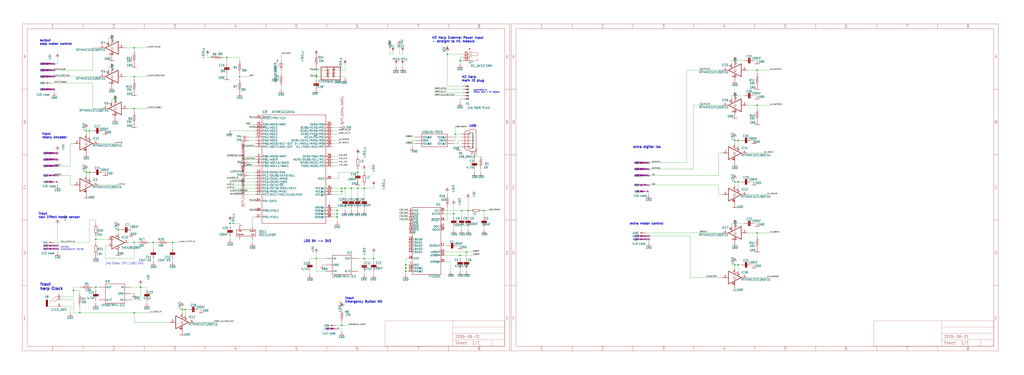
<source format=kicad_sch>
(kicad_sch (version 20250114) (generator "eeschema") (generator_version "9.0")
  (paper "User" 814.07 298.602)
  (text "input\nHall Effect home sensor" (at 30.48 173.99 0) (effects (font (size 1.778 1.778) (thickness 0.3556) (bold yes)) (justify left bottom)))
  (text "input\nEmergency Button NO" (at 274.32 241.3 0) (effects (font (size 1.778 1.778) (thickness 0.3556) (bold yes)) (justify left bottom)))
  (text "LDO 5V -> 3V3" (at 241.3 193.04 0) (effects (font (size 1.778 1.778) (thickness 0.3556) (bold yes)) (justify left bottom)))
  (text "connection to\nRotary Joint = H1 module" (at 376.428 73.914 0) (effects (font (size 1.016 1.016) (thickness 0.2032) (bold yes)) (justify left bottom)))
  (text "2nd Order LPF: 1.061 kHz" (at 83.82 210.82 0) (effects (font (size 1.778 1.5113)) (justify left bottom)))
  (text "output\nstep motor control" (at 31.496 36.068 0) (effects (font (size 1.778 1.778) (thickness 0.3556) (bold yes)) (justify left bottom)))
  (text "input\nrotary encoder" (at 33.274 110.49 0) (effects (font (size 1.778 1.778) (thickness 0.3556) (bold yes)) (justify left bottom)))
  (text "extra motor control" (at 500.634 179.07 0) (effects (font (size 1.778 1.778) (thickness 0.3556) (bold yes)) (justify left bottom)))
  (text "input\nharp Clock" (at 31.75 231.14 0) (effects (font (size 2.1844 2.1844) (thickness 0.4369) (bold yes)) (justify left bottom)))
  (text "extra digital ios" (at 503.174 118.11 0) (effects (font (size 1.778 1.778) (thickness 0.3556) (bold yes)) (justify left bottom)))
  (text "sensor:\nWINGONEER JT0701" (at 48.26 199.39 0) (effects (font (size 1.27 1.27)) (justify left bottom)))
  (text "H2 Harp External Power Input\n- straight to H1 module" (at 343.408 34.036 0) (effects (font (size 1.778 1.778) (thickness 0.3556) (bold yes)) (justify left bottom)))
  (text "USB" (at 372.872 101.346 0) (effects (font (size 1.778 1.778) (thickness 0.3556) (bold yes)) (justify left bottom)))
  (text "H2 Harp\nmain IO plug" (at 367.03 65.278 0) (effects (font (size 1.778 1.778) (thickness 0.3556) (bold yes)) (justify left bottom)))
  (junction (at 58.42 231.14))
  (junction (at 279.4 149.86))
  (junction (at 271.78 149.86))
  (junction (at 68.58 137.16))
  (junction (at 601.98 55.88))
  (junction (at 367.03 167.64))
  (junction (at 106.68 86.36))
  (junction (at 370.84 200.66))
  (junction (at 584.2 111.76))
  (junction (at 586.74 210.82))
  (junction (at 584.2 76.2))
  (junction (at 71.12 104.14))
  (junction (at 71.12 137.16))
  (junction (at 584.2 144.78))
  (junction (at 76.2 228.6))
  (junction (at 271.78 259.08))
  (junction (at 355.6 43.18))
  (junction (at 111.76 228.6))
  (junction (at 267.97 167.64))
  (junction (at 182.88 177.8))
  (junction (at 361.95 106.68))
  (junction (at 121.92 193.04))
  (junction (at 88.9 53.34))
  (junction (at 584.2 177.8))
  (junction (at 190.5 60.96))
  (junction (at 267.97 172.72))
  (junction (at 267.97 170.18))
  (junction (at 360.68 170.18))
  (junction (at 106.68 193.04))
  (junction (at 284.48 137.16))
  (junction (at 144.78 246.38))
  (junction (at 289.56 149.86))
  (junction (at 284.48 149.86))
  (junction (at 322.58 213.36))
  (junction (at 180.34 45.72))
  (junction (at 147.32 246.38))
  (junction (at 251.46 60.96))
  (junction (at 106.68 38.1))
  (junction (at 93.98 182.88))
  (junction (at 322.58 215.9))
  (junction (at 601.98 185.42))
  (junction (at 106.68 248.92))
  (junction (at 584.2 210.82))
  (junction (at 365.76 203.2))
  (junction (at 251.46 205.74))
  (junction (at 68.58 104.14))
  (junction (at 365.76 48.26))
  (junction (at 271.78 152.4))
  (junction (at 137.16 193.04))
  (junction (at 601.98 83.82))
  (junction (at 91.44 78.74))
  (junction (at 586.74 144.78))
  (junction (at 322.58 210.82))
  (junction (at 289.56 205.74))
  (junction (at 586.74 111.76))
  (junction (at 384.81 167.64))
  (junction (at 76.2 190.5))
  (junction (at 372.11 167.64))
  (junction (at 88.9 30.48))
  (junction (at 63.5 248.92))
  (junction (at 584.2 48.26))
  (junction (at 106.68 60.96))
  (junction (at 297.18 205.74))
  (junction (at 274.32 149.86))
  (wire (pts (xy 154.94 256.54) (xy 170.18 256.54)) (stroke (width 0.1524)))
  (wire (pts (xy 586.74 111.76) (xy 584.2 111.76)) (stroke (width 0.1524)))
  (wire (pts (xy 355.6 175.26) (xy 355.6 165.1)) (stroke (width 0.1524)))
  (wire (pts (xy 364.49 114.3) (xy 364.49 111.76)) (stroke (width 0.1524)))
  (wire (pts (xy 203.2 160.02) (xy 198.12 160.02)) (stroke (width 0.1524)))
  (wire (pts (xy 370.84 213.36) (xy 370.84 215.9)) (stroke (width 0.1524)))
  (wire (pts (xy 367.03 172.72) (xy 367.03 167.64)) (stroke (width 0.1524)))
  (wire (pts (xy 86.36 30.48) (xy 88.9 30.48)) (stroke (width 0.1524)))
  (wire (pts (xy 71.12 142.24) (xy 71.12 137.16)) (stroke (width 0.1524)))
  (wire (pts (xy 203.2 109.22) (xy 198.12 109.22)) (stroke (width 0.1524)))
  (wire (pts (xy 322.58 210.82) (xy 322.58 213.36)) (stroke (width 0.1524)))
  (wire (pts (xy 267.97 170.18) (xy 267.97 172.72)) (stroke (width 0.1524)))
  (wire (pts (xy 361.95 106.68) (xy 361.95 101.6)) (stroke (width 0.1524)))
  (wire (pts (xy 591.82 48.26) (xy 584.2 48.26)) (stroke (width 0.1524)))
  (wire (pts (xy 584.2 177.8) (xy 591.82 177.8)) (stroke (width 0.1524)))
  (wire (pts (xy 367.03 109.22) (xy 360.68 109.22)) (stroke (width 0.1524)))
  (wire (pts (xy 327.66 111.76) (xy 330.2 111.76)) (stroke (width 0.1524)))
  (wire (pts (xy 574.04 154.94) (xy 571.5 154.94)) (stroke (width 0.1524)))
  (wire (pts (xy 271.78 261.62) (xy 271.78 264.16)) (stroke (width 0.1524)))
  (wire (pts (xy 251.46 200.66) (xy 251.46 205.74)) (stroke (width 0.1524)))
  (wire (pts (xy 58.42 147.32) (xy 55.88 147.32)) (stroke (width 0.1524)))
  (wire (pts (xy 601.98 185.42) (xy 612.14 185.42)) (stroke (width 0.1524)))
  (wire (pts (xy 223.52 55.88) (xy 223.52 58.42)) (stroke (width 0.1524)))
  (wire (pts (xy 571.5 121.92) (xy 574.04 121.92)) (stroke (width 0.1524)))
  (wire (pts (xy 601.98 83.82) (xy 612.14 83.82)) (stroke (width 0.1524)))
  (wire (pts (xy 574.04 55.88) (xy 546.1 55.88)) (stroke (width 0.1524)))
  (wire (pts (xy 574.04 185.42) (xy 513.08 185.42)) (stroke (width 0.1524)))
  (wire (pts (xy 297.18 149.86) (xy 297.18 147.32)) (stroke (width 0.1524)))
  (wire (pts (xy 284.48 149.86) (xy 284.48 157.48)) (stroke (width 0.1524)))
  (wire (pts (xy 581.66 177.8) (xy 584.2 177.8)) (stroke (width 0.1524)))
  (wire (pts (xy 586.74 144.78) (xy 584.2 144.78)) (stroke (width 0.1524)))
  (wire (pts (xy 368.3 78.74) (xy 365.76 78.74)) (stroke (width 0.1524)))
  (wire (pts (xy 106.68 40.64) (xy 106.68 38.1)) (stroke (width 0.1524)))
  (wire (pts (xy 203.2 167.64) (xy 198.12 167.64)) (stroke (width 0.1524)))
  (wire (pts (xy 203.2 147.32) (xy 180.34 147.32)) (stroke (width 0.1524)))
  (wire (pts (xy 353.06 200.66) (xy 370.84 200.66)) (stroke (width 0.1524)))
  (wire (pts (xy 264.16 129.54) (xy 269.24 129.54)) (stroke (width 0.1524)))
  (wire (pts (xy 83.82 205.74) (xy 83.82 195.58)) (stroke (width 0.1524)))
  (wire (pts (xy 365.76 203.2) (xy 375.92 203.2)) (stroke (width 0.1524)))
  (wire (pts (xy 271.78 152.4) (xy 271.78 149.86)) (stroke (width 0.1524)))
  (wire (pts (xy 63.5 233.68) (xy 63.5 231.14)) (stroke (width 0.1524)))
  (wire (pts (xy 182.88 190.5) (xy 182.88 187.96)) (stroke (width 0.1524)))
  (wire (pts (xy 137.16 193.04) (xy 137.16 198.12)) (stroke (width 0.1524)))
  (wire (pts (xy 111.76 226.06) (xy 111.76 228.6)) (stroke (width 0.1524)))
  (wire (pts (xy 271.78 259.08) (xy 276.86 259.08)) (stroke (width 0.1524)))
  (wire (pts (xy 203.2 127) (xy 193.04 127)) (stroke (width 0.1524)))
  (wire (pts (xy 322.58 205.74) (xy 322.58 210.82)) (stroke (width 0.1524)))
  (wire (pts (xy 86.36 55.88) (xy 86.36 53.34)) (stroke (width 0.1524)))
  (wire (pts (xy 284.48 121.92) (xy 284.48 124.46)) (stroke (width 0.1524)))
  (wire (pts (xy 586.74 116.84) (xy 586.74 111.76)) (stroke (width 0.1524)))
  (wire (pts (xy 269.24 142.24) (xy 264.16 142.24)) (stroke (width 0.1524)))
  (wire (pts (xy 378.46 123.19) (xy 378.46 124.46)) (stroke (width 0.1524)))
  (wire (pts (xy 106.68 86.36) (xy 116.84 86.36)) (stroke (width 0.1524)))
  (wire (pts (xy 106.68 63.5) (xy 106.68 60.96)) (stroke (width 0.1524)))
  (wire (pts (xy 86.36 190.5) (xy 76.2 190.5)) (stroke (width 0.1524)))
  (wire (pts (xy 264.16 165.1) (xy 267.97 165.1)) (stroke (width 0.1524)))
  (wire (pts (xy 73.66 137.16) (xy 71.12 137.16)) (stroke (width 0.1524)))
  (wire (pts (xy 40.64 50.8) (xy 45.72 50.8)) (stroke (width 0.1524)))
  (wire (pts (xy 363.22 195.58) (xy 365.76 195.58)) (stroke (width 0.1524)))
  (wire (pts (xy 309.88 43.18) (xy 309.88 35.56)) (stroke (width 0.1524)))
  (wire (pts (xy 320.04 43.18) (xy 317.5 43.18)) (stroke (width 0.1524)))
  (wire (pts (xy 571.5 154.94) (xy 571.5 147.32)) (stroke (width 0.1524)))
  (wire (pts (xy 190.5 180.34) (xy 190.5 177.8)) (stroke (width 0.1524)))
  (wire (pts (xy 259.08 55.88) (xy 246.38 55.88)) (stroke (width 0.1524)))
  (wire (pts (xy 322.58 215.9) (xy 322.58 218.44)) (stroke (width 0.1524)))
  (wire (pts (xy 180.34 50.8) (xy 180.34 45.72)) (stroke (width 0.1524)))
  (wire (pts (xy 589.28 210.82) (xy 586.74 210.82)) (stroke (width 0.1524)))
  (wire (pts (xy 121.92 198.12) (xy 121.92 193.04)) (stroke (width 0.1524)))
  (wire (pts (xy 264.16 101.6) (xy 269.24 101.6)) (stroke (width 0.1524)))
  (wire (pts (xy 289.56 205.74) (xy 289.56 208.28)) (stroke (width 0.1524)))
  (wire (pts (xy 372.11 172.72) (xy 372.11 167.64)) (stroke (width 0.1524)))
  (wire (pts (xy 601.98 55.88) (xy 612.14 55.88)) (stroke (width 0.1524)))
  (wire (pts (xy 289.56 147.32) (xy 289.56 149.86)) (stroke (width 0.1524)))
  (wire (pts (xy 267.97 165.1) (xy 267.97 167.64)) (stroke (width 0.1524)))
  (wire (pts (xy 251.46 63.5) (xy 251.46 60.96)) (stroke (width 0.1524)))
  (wire (pts (xy 203.2 154.94) (xy 182.88 154.94)) (stroke (width 0.1524)))
  (wire (pts (xy 182.88 152.4) (xy 203.2 152.4)) (stroke (width 0.1524)))
  (wire (pts (xy 200.66 193.04) (xy 200.66 190.5)) (stroke (width 0.1524)))
  (wire (pts (xy 264.16 152.4) (xy 271.78 152.4)) (stroke (width 0.1524)))
  (wire (pts (xy 581.66 78.74) (xy 581.66 76.2)) (stroke (width 0.1524)))
  (wire (pts (xy 546.1 129.54) (xy 546.1 55.88)) (stroke (width 0.1524)))
  (wire (pts (xy 368.3 48.26) (xy 365.76 48.26)) (stroke (width 0.1524)))
  (wire (pts (xy 368.3 43.18) (xy 355.6 43.18)) (stroke (width 0.1524)))
  (wire (pts (xy 271.78 259.08) (xy 271.78 256.54)) (stroke (width 0.1524)))
  (wire (pts (xy 259.08 210.82) (xy 256.54 210.82)) (stroke (width 0.1524)))
  (wire (pts (xy 584.2 76.2) (xy 591.82 76.2)) (stroke (width 0.1524)))
  (wire (pts (xy 73.66 228.6) (xy 76.2 228.6)) (stroke (width 0.1524)))
  (wire (pts (xy 384.81 167.64) (xy 383.54 167.64)) (stroke (width 0.1524)))
  (wire (pts (xy 325.12 210.82) (xy 322.58 210.82)) (stroke (width 0.1524)))
  (wire (pts (xy 358.14 208.28) (xy 358.14 215.9)) (stroke (width 0.1524)))
  (wire (pts (xy 190.5 60.96) (xy 198.12 60.96)) (stroke (width 0.1524)))
  (wire (pts (xy 594.36 220.98) (xy 609.6 220.98)) (stroke (width 0.1524)))
  (wire (pts (xy 314.96 50.8) (xy 314.96 53.34)) (stroke (width 0.1524)))
  (wire (pts (xy 289.56 149.86) (xy 297.18 149.86)) (stroke (width 0.1524)))
  (wire (pts (xy 586.74 215.9) (xy 586.74 210.82)) (stroke (width 0.1524)))
  (wire (pts (xy 190.5 177.8) (xy 182.88 177.8)) (stroke (width 0.1524)))
  (wire (pts (xy 104.14 233.68) (xy 106.68 233.68)) (stroke (width 0.1524)))
  (wire (pts (xy 515.62 190.5) (xy 515.62 193.04)) (stroke (width 0.1524)))
  (wire (pts (xy 581.66 76.2) (xy 584.2 76.2)) (stroke (width 0.1524)))
  (wire (pts (xy 73.66 55.88) (xy 73.66 38.1)) (stroke (width 0.1524)))
  (wire (pts (xy 104.14 238.76) (xy 111.76 238.76)) (stroke (width 0.1524)))
  (wire (pts (xy 58.42 231.14) (xy 58.42 236.22)) (stroke (width 0.1524)))
  (wire (pts (xy 571.5 139.7) (xy 513.08 139.7)) (stroke (width 0.1524)))
  (wire (pts (xy 264.16 132.08) (xy 269.24 132.08)) (stroke (width 0.1524)))
  (wire (pts (xy 264.16 111.76) (xy 269.24 111.76)) (stroke (width 0.1524)))
  (wire (pts (xy 121.92 193.04) (xy 124.46 193.04)) (stroke (width 0.1524)))
  (wire (pts (xy 361.95 111.76) (xy 361.95 106.68)) (stroke (width 0.1524)))
  (wire (pts (xy 325.12 215.9) (xy 322.58 215.9)) (stroke (width 0.1524)))
  (wire (pts (xy 365.76 205.74) (xy 365.76 203.2)) (stroke (width 0.1524)))
  (wire (pts (xy 378.46 124.46) (xy 382.27 124.46)) (stroke (width 0.1524)))
  (wire (pts (xy 274.32 55.88) (xy 274.32 50.8)) (stroke (width 0.1524)))
  (wire (pts (xy 372.11 180.34) (xy 372.11 182.88)) (stroke (width 0.1524)))
  (wire (pts (xy 71.12 137.16) (xy 68.58 137.16)) (stroke (width 0.1524)))
  (wire (pts (xy 119.38 248.92) (xy 106.68 248.92)) (stroke (width 0.1524)))
  (wire (pts (xy 289.56 165.1) (xy 289.56 167.64)) (stroke (width 0.1524)))
  (wire (pts (xy 198.12 139.7) (xy 203.2 139.7)) (stroke (width 0.1524)))
  (wire (pts (xy 264.16 172.72) (xy 267.97 172.72)) (stroke (width 0.1524)))
  (wire (pts (xy 121.92 205.74) (xy 121.92 208.28)) (stroke (width 0.1524)))
  (wire (pts (xy 284.48 165.1) (xy 284.48 167.64)) (stroke (width 0.1524)))
  (wire (pts (xy 76.2 190.5) (xy 76.2 193.04)) (stroke (width 0.1524)))
  (wire (pts (xy 377.19 123.19) (xy 377.19 127)) (stroke (width 0.1524)))
  (wire (pts (xy 68.58 137.16) (xy 68.58 139.7)) (stroke (width 0.1524)))
  (wire (pts (xy 365.76 45.72) (xy 365.76 48.26)) (stroke (width 0.1524)))
  (wire (pts (xy 274.32 60.96) (xy 274.32 62.23)) (stroke (width 0.1524)))
  (wire (pts (xy 271.78 243.84) (xy 271.78 246.38)) (stroke (width 0.1524)))
  (wire (pts (xy 104.14 185.42) (xy 104.14 182.88)) (stroke (width 0.1524)))
  (wire (pts (xy 355.6 154.94) (xy 355.6 152.4)) (stroke (width 0.1524)))
  (wire (pts (xy 360.68 182.88) (xy 360.68 180.34)) (stroke (width 0.1524)))
  (wire (pts (xy 73.66 66.04) (xy 40.64 66.04)) (stroke (width 0.1524)))
  (wire (pts (xy 325.12 213.36) (xy 322.58 213.36)) (stroke (width 0.1524)))
  (wire (pts (xy 289.56 134.62) (xy 289.56 137.16)) (stroke (width 0.1524)))
  (wire (pts (xy 289.56 149.86) (xy 289.56 157.48)) (stroke (width 0.1524)))
  (wire (pts (xy 165.1 45.72) (xy 165.1 43.18)) (stroke (width 0.1524)))
  (wire (pts (xy 134.62 193.04) (xy 137.16 193.04)) (stroke (width 0.1524)))
  (wire (pts (xy 365.76 81.28) (xy 365.76 78.74)) (stroke (width 0.1524)))
  (wire (pts (xy 190.5 63.5) (xy 190.5 60.96)) (stroke (width 0.1524)))
  (wire (pts (xy 63.5 231.14) (xy 58.42 231.14)) (stroke (width 0.1524)))
  (wire (pts (xy 551.18 134.62) (xy 551.18 83.82)) (stroke (width 0.1524)))
  (wire (pts (xy 594.36 154.94) (xy 609.6 154.94)) (stroke (width 0.1524)))
  (wire (pts (xy 106.68 193.04) (xy 106.68 205.74)) (stroke (width 0.1524)))
  (wire (pts (xy 274.32 157.48) (xy 274.32 149.86)) (stroke (width 0.1524)))
  (wire (pts (xy 327.66 116.84) (xy 327.66 111.76)) (stroke (width 0.1524)))
  (wire (pts (xy 353.06 175.26) (xy 355.6 175.26)) (stroke (width 0.1524)))
  (wire (pts (xy 40.64 55.88) (xy 73.66 55.88)) (stroke (width 0.1524)))
  (wire (pts (xy 594.36 121.92) (xy 607.06 121.92)) (stroke (width 0.1524)))
  (wire (pts (xy 76.2 228.6) (xy 76.2 231.14)) (stroke (width 0.1524)))
  (wire (pts (xy 284.48 134.62) (xy 284.48 137.16)) (stroke (width 0.1524)))
  (wire (pts (xy 312.42 40.64) (xy 312.42 43.18)) (stroke (width 0.1524)))
  (wire (pts (xy 601.98 187.96) (xy 601.98 185.42)) (stroke (width 0.1524)))
  (wire (pts (xy 513.08 134.62) (xy 551.18 134.62)) (stroke (width 0.1524)))
  (wire (pts (xy 601.98 86.36) (xy 601.98 83.82)) (stroke (width 0.1524)))
  (wire (pts (xy 203.2 124.46) (xy 180.34 124.46)) (stroke (width 0.1524)))
  (wire (pts (xy 76.2 177.8) (xy 76.2 175.26)) (stroke (width 0.1524)))
  (wire (pts (xy 45.72 195.58) (xy 45.72 177.8)) (stroke (width 0.1524)))
  (wire (pts (xy 353.06 208.28) (xy 358.14 208.28)) (stroke (width 0.1524)))
  (wire (pts (xy 106.68 38.1) (xy 116.84 38.1)) (stroke (width 0.1524)))
  (wire (pts (xy 182.88 177.8) (xy 182.88 175.26)) (stroke (width 0.1524)))
  (wire (pts (xy 71.12 175.26) (xy 71.12 193.04)) (stroke (width 0.1524)))
  (wire (pts (xy 86.36 53.34) (xy 88.9 53.34)) (stroke (width 0.1524)))
  (wire (pts (xy 116.84 238.76) (xy 116.84 241.3)) (stroke (width 0.1524)))
  (wire (pts (xy 137.16 193.04) (xy 142.24 193.04)) (stroke (width 0.1524)))
  (wire (pts (xy 93.98 182.88) (xy 96.52 182.88)) (stroke (width 0.1524)))
  (wire (pts (xy 312.42 43.18) (xy 309.88 43.18)) (stroke (width 0.1524)))
  (wire (pts (xy 353.06 195.58) (xy 355.6 195.58)) (stroke (width 0.1524)))
  (wire (pts (xy 264.16 170.18) (xy 267.97 170.18)) (stroke (width 0.1524)))
  (wire (pts (xy 101.6 86.36) (xy 106.68 86.36)) (stroke (width 0.1524)))
  (wire (pts (xy 76.2 187.96) (xy 76.2 190.5)) (stroke (width 0.1524)))
  (wire (pts (xy 571.5 139.7) (xy 571.5 121.92)) (stroke (width 0.1524)))
  (wire (pts (xy 203.2 132.08) (xy 193.04 132.08)) (stroke (width 0.1524)))
  (wire (pts (xy 367.03 180.34) (xy 367.03 182.88)) (stroke (width 0.1524)))
  (wire (pts (xy 83.82 104.14) (xy 81.28 104.14)) (stroke (width 0.1524)))
  (wire (pts (xy 55.88 132.08) (xy 55.88 114.3)) (stroke (width 0.1524)))
  (wire (pts (xy 55.88 243.84) (xy 48.26 243.84)) (stroke (width 0.1524)))
  (wire (pts (xy 99.06 38.1) (xy 106.68 38.1)) (stroke (width 0.1524)))
  (wire (pts (xy 274.32 149.86) (xy 279.4 149.86)) (stroke (width 0.1524)))
  (wire (pts (xy 574.04 83.82) (xy 551.18 83.82)) (stroke (width 0.1524)))
  (wire (pts (xy 203.2 99.06) (xy 195.58 99.06)) (stroke (width 0.1524)))
  (wire (pts (xy 513.08 190.5) (xy 515.62 190.5)) (stroke (width 0.1524)))
  (wire (pts (xy 320.04 50.8) (xy 320.04 53.34)) (stroke (width 0.1524)))
  (wire (pts (xy 55.88 147.32) (xy 55.88 139.7)) (stroke (width 0.1524)))
  (wire (pts (xy 267.97 167.64) (xy 267.97 170.18)) (stroke (width 0.1524)))
  (wire (pts (xy 45.72 198.12) (xy 45.72 200.66)) (stroke (width 0.1524)))
  (wire (pts (xy 55.88 248.92) (xy 55.88 243.84)) (stroke (width 0.1524)))
  (wire (pts (xy 83.82 195.58) (xy 86.36 195.58)) (stroke (width 0.1524)))
  (wire (pts (xy 571.5 147.32) (xy 513.08 147.32)) (stroke (width 0.1524)))
  (wire (pts (xy 330.2 109.22) (xy 322.58 109.22)) (stroke (width 0.1524)))
  (wire (pts (xy 594.36 55.88) (xy 601.98 55.88)) (stroke (width 0.1524)))
  (wire (pts (xy 58.42 248.92) (xy 58.42 238.76)) (stroke (width 0.1524)))
  (wire (pts (xy 325.12 167.64) (xy 317.5 167.64)) (stroke (width 0.1524)))
  (wire (pts (xy 55.88 114.3) (xy 58.42 114.3)) (stroke (width 0.1524)))
  (wire (pts (xy 88.9 81.28) (xy 88.9 78.74)) (stroke (width 0.1524)))
  (wire (pts (xy 203.2 144.78) (xy 182.88 144.78)) (stroke (width 0.1524)))
  (wire (pts (xy 119.38 193.04) (xy 121.92 193.04)) (stroke (width 0.1524)))
  (wire (pts (xy 289.56 205.74) (xy 297.18 205.74)) (stroke (width 0.1524)))
  (wire (pts (xy 43.18 71.12) (xy 43.18 73.66)) (stroke (width 0.1524)))
  (wire (pts (xy 360.68 114.3) (xy 364.49 114.3)) (stroke (width 0.1524)))
  (wire (pts (xy 596.9 210.82) (xy 599.44 210.82)) (stroke (width 0.1524)))
  (wire (pts (xy 73.66 86.36) (xy 73.66 66.04)) (stroke (width 0.1524)))
  (wire (pts (xy 589.28 144.78) (xy 586.74 144.78)) (stroke (width 0.1524)))
  (wire (pts (xy 279.4 165.1) (xy 279.4 167.64)) (stroke (width 0.1524)))
  (wire (pts (xy 180.34 45.72) (xy 190.5 45.72)) (stroke (width 0.1524)))
  (wire (pts (xy 515.62 152.4) (xy 515.62 154.94)) (stroke (width 0.1524)))
  (wire (pts (xy 203.2 101.6) (xy 198.12 101.6)) (stroke (width 0.1524)))
  (wire (pts (xy 40.64 60.96) (xy 78.74 60.96)) (stroke (width 0.1524)))
  (wire (pts (xy 88.9 78.74) (xy 91.44 78.74)) (stroke (width 0.1524)))
  (wire (pts (xy 251.46 215.9) (xy 251.46 205.74)) (stroke (width 0.1524)))
  (wire (pts (xy 548.64 187.96) (xy 513.08 187.96)) (stroke (width 0.1524)))
  (wire (pts (xy 251.46 60.96) (xy 259.08 60.96)) (stroke (width 0.1524)))
  (wire (pts (xy 584.2 210.82) (xy 584.2 208.28)) (stroke (width 0.1524)))
  (wire (pts (xy 180.34 60.96) (xy 180.34 58.42)) (stroke (width 0.1524)))
  (wire (pts (xy 384.81 167.64) (xy 388.62 167.64)) (stroke (width 0.1524)))
  (wire (pts (xy 43.18 121.92) (xy 45.72 121.92)) (stroke (width 0.1524)))
  (wire (pts (xy 104.14 228.6) (xy 111.76 228.6)) (stroke (width 0.1524)))
  (wire (pts (xy 58.42 236.22) (xy 48.26 236.22)) (stroke (width 0.1524)))
  (wire (pts (xy 203.2 116.84) (xy 193.04 116.84)) (stroke (width 0.1524)))
  (wire (pts (xy 367.03 167.64) (xy 372.11 167.64)) (stroke (width 0.1524)))
  (wire (pts (xy 355.6 43.18) (xy 355.6 40.64)) (stroke (width 0.1524)))
  (wire (pts (xy 264.16 127) (xy 269.24 127)) (stroke (width 0.1524)))
  (wire (pts (xy 266.7 261.62) (xy 271.78 261.62)) (stroke (width 0.1524)))
  (wire (pts (xy 370.84 205.74) (xy 370.84 200.66)) (stroke (width 0.1524)))
  (wire (pts (xy 599.44 76.2) (xy 601.98 76.2)) (stroke (width 0.1524)))
  (wire (pts (xy 106.68 88.9) (xy 106.68 86.36)) (stroke (width 0.1524)))
  (wire (pts (xy 71.12 193.04) (xy 43.18 193.04)) (stroke (width 0.1524)))
  (wire (pts (xy 584.2 109.22) (xy 584.2 111.76)) (stroke (width 0.1524)))
  (wire (pts (xy 63.5 228.6) (xy 58.42 228.6)) (stroke (width 0.1524)))
  (wire (pts (xy 266.7 259.08) (xy 271.78 259.08)) (stroke (width 0.1524)))
  (wire (pts (xy 355.6 68.58) (xy 355.6 43.18)) (stroke (width 0.1524)))
  (wire (pts (xy 368.3 68.58) (xy 355.6 68.58)) (stroke (width 0.1524)))
  (wire (pts (xy 106.68 205.74) (xy 83.82 205.74)) (stroke (width 0.1524)))
  (wire (pts (xy 71.12 104.14) (xy 68.58 104.14)) (stroke (width 0.1524)))
  (wire (pts (xy 325.12 170.18) (xy 317.5 170.18)) (stroke (width 0.1524)))
  (wire (pts (xy 200.66 180.34) (xy 200.66 172.72)) (stroke (width 0.1524)))
  (wire (pts (xy 68.58 104.14) (xy 68.58 106.68)) (stroke (width 0.1524)))
  (wire (pts (xy 284.48 149.86) (xy 289.56 149.86)) (stroke (width 0.1524)))
  (wire (pts (xy 584.2 111.76) (xy 584.2 114.3)) (stroke (width 0.1524)))
  (wire (pts (xy 147.32 251.46) (xy 147.32 246.38)) (stroke (width 0.1524)))
  (wire (pts (xy 203.2 149.86) (xy 180.34 149.86)) (stroke (width 0.1524)))
  (wire (pts (xy 116.84 228.6) (xy 111.76 228.6)) (stroke (width 0.1524)))
  (wire (pts (xy 289.56 215.9) (xy 289.56 218.44)) (stroke (width 0.1524)))
  (wire (pts (xy 599.44 48.26) (xy 601.98 48.26)) (stroke (width 0.1524)))
  (wire (pts (xy 45.72 121.92) (xy 45.72 119.38)) (stroke (width 0.1524)))
  (wire (pts (xy 63.5 243.84) (xy 63.5 248.92)) (stroke (width 0.1524)))
  (wire (pts (xy 370.84 200.66) (xy 375.92 200.66)) (stroke (width 0.1524)))
  (wire (pts (xy 157.48 246.38) (xy 160.02 246.38)) (stroke (width 0.1524)))
  (wire (pts (xy 320.04 40.64) (xy 320.04 43.18)) (stroke (width 0.1524)))
  (wire (pts (xy 581.66 180.34) (xy 581.66 177.8)) (stroke (width 0.1524)))
  (wire (pts (xy 149.86 246.38) (xy 147.32 246.38)) (stroke (width 0.1524)))
  (wire (pts (xy 325.12 205.74) (xy 322.58 205.74)) (stroke (width 0.1524)))
  (wire (pts (xy 271.78 154.94) (xy 271.78 152.4)) (stroke (width 0.1524)))
  (wire (pts (xy 78.74 114.3) (xy 91.44 114.3)) (stroke (width 0.1524)))
  (wire (pts (xy 101.6 193.04) (xy 106.68 193.04)) (stroke (width 0.1524)))
  (wire (pts (xy 266.7 55.88) (xy 274.32 55.88)) (stroke (width 0.1524)))
  (wire (pts (xy 367.03 106.68) (xy 361.95 106.68)) (stroke (width 0.1524)))
  (wire (pts (xy 81.28 137.16) (xy 83.82 137.16)) (stroke (width 0.1524)))
  (wire (pts (xy 147.32 246.38) (xy 144.78 246.38)) (stroke (width 0.1524)))
  (wire (pts (xy 267.97 172.72) (xy 267.97 176.53)) (stroke (width 0.1524)))
  (wire (pts (xy 596.9 144.78) (xy 599.44 144.78)) (stroke (width 0.1524)))
  (wire (pts (xy 144.78 246.38) (xy 144.78 248.92)) (stroke (width 0.1524)))
  (wire (pts (xy 106.68 248.92) (xy 63.5 248.92)) (stroke (width 0.1524)))
  (wire (pts (xy 586.74 210.82) (xy 584.2 210.82)) (stroke (width 0.1524)))
  (wire (pts (xy 264.16 167.64) (xy 267.97 167.64)) (stroke (width 0.1524)))
  (wire (pts (xy 269.24 137.16) (xy 269.24 142.24)) (stroke (width 0.1524)))
  (wire (pts (xy 284.48 137.16) (xy 269.24 137.16)) (stroke (width 0.1524)))
  (wire (pts (xy 93.98 180.34) (xy 93.98 182.88)) (stroke (width 0.1524)))
  (wire (pts (xy 377.19 137.16) (xy 377.19 134.62)) (stroke (width 0.1524)))
  (wire (pts (xy 360.68 111.76) (xy 361.95 111.76)) (stroke (width 0.1524)))
  (wire (pts (xy 45.72 45.72) (xy 45.72 50.8)) (stroke (width 0.1524)))
  (wire (pts (xy 297.18 205.74) (xy 297.18 208.026)) (stroke (width 0.1524)))
  (wire (pts (xy 382.27 137.16) (xy 382.27 134.62)) (stroke (width 0.1524)))
  (wire (pts (xy 353.06 203.2) (xy 365.76 203.2)) (stroke (width 0.1524)))
  (wire (pts (xy 601.98 58.42) (xy 601.98 55.88)) (stroke (width 0.1524)))
  (wire (pts (xy 58.42 228.6) (xy 58.42 231.14)) (stroke (width 0.1524)))
  (wire (pts (xy 43.18 198.12) (xy 45.72 198.12)) (stroke (width 0.1524)))
  (wire (pts (xy 198.12 129.54) (xy 203.2 129.54)) (stroke (width 0.1524)))
  (wire (pts (xy 372.11 167.64) (xy 372.11 157.48)) (stroke (width 0.1524)))
  (wire (pts (xy 353.06 170.18) (xy 360.68 170.18)) (stroke (width 0.1524)))
  (wire (pts (xy 325.12 172.72) (xy 317.5 172.72)) (stroke (width 0.1524)))
  (wire (pts (xy 246.38 215.646) (xy 246.38 218.44)) (stroke (width 0.1524)))
  (wire (pts (xy 58.42 238.76) (xy 48.26 238.76)) (stroke (width 0.1524)))
  (wire (pts (xy 364.49 116.84) (xy 367.03 116.84)) (stroke (width 0.1524)))
  (wire (pts (xy 190.5 45.72) (xy 190.5 48.26)) (stroke (width 0.1524)))
  (wire (pts (xy 40.64 71.12) (xy 43.18 71.12)) (stroke (width 0.1524)))
  (wire (pts (xy 264.16 104.14) (xy 269.24 104.14)) (stroke (width 0.1524)))
  (wire (pts (xy 86.36 33.02) (xy 86.36 30.48)) (stroke (width 0.1524)))
  (wire (pts (xy 360.68 170.18) (xy 360.68 162.56)) (stroke (width 0.1524)))
  (wire (pts (xy 368.3 71.12) (xy 345.44 71.12)) (stroke (width 0.1524)))
  (wire (pts (xy 271.78 149.86) (xy 274.32 149.86)) (stroke (width 0.1524)))
  (wire (pts (xy 264.16 124.46) (xy 269.24 124.46)) (stroke (width 0.1524)))
  (wire (pts (xy 71.12 109.22) (xy 71.12 104.14)) (stroke (width 0.1524)))
  (wire (pts (xy 279.4 157.48) (xy 279.4 149.86)) (stroke (width 0.1524)))
  (wire (pts (xy 360.68 172.72) (xy 360.68 170.18)) (stroke (width 0.1524)))
  (wire (pts (xy 297.18 215.646) (xy 297.18 218.44)) (stroke (width 0.1524)))
  (wire (pts (xy 584.2 210.82) (xy 584.2 213.36)) (stroke (width 0.1524)))
  (wire (pts (xy 78.74 147.32) (xy 93.98 147.32)) (stroke (width 0.1524)))
  (wire (pts (xy 317.5 43.18) (xy 317.5 35.56)) (stroke (width 0.1524)))
  (wire (pts (xy 279.4 149.86) (xy 284.48 149.86)) (stroke (width 0.1524)))
  (wire (pts (xy 78.74 228.6) (xy 76.2 228.6)) (stroke (width 0.1524)))
  (wire (pts (xy 584.2 144.78) (xy 584.2 142.24)) (stroke (width 0.1524)))
  (wire (pts (xy 246.38 208.026) (xy 246.38 205.74)) (stroke (width 0.1524)))
  (wire (pts (xy 266.7 60.96) (xy 274.32 60.96)) (stroke (width 0.1524)))
  (wire (pts (xy 264.16 149.86) (xy 271.78 149.86)) (stroke (width 0.1524)))
  (wire (pts (xy 76.2 238.76) (xy 76.2 241.3)) (stroke (width 0.1524)))
  (wire (pts (xy 259.08 215.9) (xy 251.46 215.9)) (stroke (width 0.1524)))
  (wire (pts (xy 106.68 256.54) (xy 106.68 248.92)) (stroke (width 0.1524)))
  (wire (pts (xy 513.08 152.4) (xy 515.62 152.4)) (stroke (width 0.1524)))
  (wire (pts (xy 384.81 180.34) (xy 384.81 182.88)) (stroke (width 0.1524)))
  (wire (pts (xy 167.64 45.72) (xy 165.1 45.72)) (stroke (width 0.1524)))
  (wire (pts (xy 203.2 172.72) (xy 200.66 172.72)) (stroke (width 0.1524)))
  (wire (pts (xy 99.06 60.96) (xy 106.68 60.96)) (stroke (width 0.1524)))
  (wire (pts (xy 594.36 185.42) (xy 601.98 185.42)) (stroke (width 0.1524)))
  (wire (pts (xy 45.72 144.78) (xy 45.72 147.32)) (stroke (width 0.1524)))
  (wire (pts (xy 384.81 172.72) (xy 384.81 167.64)) (stroke (width 0.1524)))
  (wire (pts (xy 513.08 129.54) (xy 546.1 129.54)) (stroke (width 0.1524)))
  (wire (pts (xy 203.2 137.16) (xy 182.88 137.16)) (stroke (width 0.1524)))
  (wire (pts (xy 264.16 106.68) (xy 269.24 106.68)) (stroke (width 0.1524)))
  (wire (pts (xy 594.36 83.82) (xy 601.98 83.82)) (stroke (width 0.1524)))
  (wire (pts (xy 76.2 175.26) (xy 71.12 175.26)) (stroke (width 0.1524)))
  (wire (pts (xy 284.48 205.74) (xy 289.56 205.74)) (stroke (width 0.1524)))
  (wire (pts (xy 599.44 177.8) (xy 601.98 177.8)) (stroke (width 0.1524)))
  (wire (pts (xy 274.32 165.1) (xy 274.32 167.64)) (stroke (width 0.1524)))
  (wire (pts (xy 223.52 68.58) (xy 223.52 71.12)) (stroke (width 0.1524)))
  (wire (pts (xy 111.76 238.76) (xy 111.76 228.6)) (stroke (width 0.1524)))
  (wire (pts (xy 368.3 45.72) (xy 365.76 45.72)) (stroke (width 0.1524)))
  (wire (pts (xy 584.2 144.78) (xy 584.2 147.32)) (stroke (width 0.1524)))
  (wire (pts (xy 223.52 43.18) (xy 223.52 48.26)) (stroke (width 0.1524)))
  (wire (pts (xy 93.98 182.88) (xy 93.98 185.42)) (stroke (width 0.1524)))
  (wire (pts (xy 55.88 132.08) (xy 43.18 132.08)) (stroke (width 0.1524)))
  (wire (pts (xy 322.58 114.3) (xy 330.2 114.3)) (stroke (width 0.1524)))
  (wire (pts (xy 246.38 60.96) (xy 251.46 60.96)) (stroke (width 0.1524)))
  (wire (pts (xy 68.58 137.16) (xy 68.58 134.62)) (stroke (width 0.1524)))
  (wire (pts (xy 198.12 111.76) (xy 203.2 111.76)) (stroke (width 0.1524)))
  (wire (pts (xy 203.2 142.24) (xy 180.34 142.24)) (stroke (width 0.1524)))
  (wire (pts (xy 73.66 86.36) (xy 81.28 86.36)) (stroke (width 0.1524)))
  (wire (pts (xy 264.16 154.94) (xy 271.78 154.94)) (stroke (width 0.1524)))
  (wire (pts (xy 368.3 73.66) (xy 345.44 73.66)) (stroke (width 0.1524)))
  (wire (pts (xy 365.76 213.36) (xy 365.76 215.9)) (stroke (width 0.1524)))
  (wire (pts (xy 574.04 220.98) (xy 548.64 220.98)) (stroke (width 0.1524)))
  (wire (pts (xy 144.78 246.38) (xy 144.78 243.84)) (stroke (width 0.1524)))
  (wire (pts (xy 116.84 231.14) (xy 116.84 228.6)) (stroke (width 0.1524)))
  (wire (pts (xy 55.88 139.7) (xy 43.18 139.7)) (stroke (width 0.1524)))
  (wire (pts (xy 203.2 93.98) (xy 198.12 93.98)) (stroke (width 0.1524)))
  (wire (pts (xy 246.38 205.74) (xy 251.46 205.74)) (stroke (width 0.1524)))
  (wire (pts (xy 137.16 205.74) (xy 137.16 208.28)) (stroke (width 0.1524)))
  (wire (pts (xy 365.76 48.26) (xy 365.76 50.8)) (stroke (width 0.1524)))
  (wire (pts (xy 182.88 177.8) (xy 182.88 180.34)) (stroke (width 0.1524)))
  (wire (pts (xy 73.66 38.1) (xy 78.74 38.1)) (stroke (width 0.1524)))
  (wire (pts (xy 548.64 220.98) (xy 548.64 187.96)) (stroke (width 0.1524)))
  (wire (pts (xy 325.12 175.26) (xy 317.5 175.26)) (stroke (width 0.1524)))
  (wire (pts (xy 43.18 144.78) (xy 45.72 144.78)) (stroke (width 0.1524)))
  (wire (pts (xy 589.28 111.76) (xy 586.74 111.76)) (stroke (width 0.1524)))
  (wire (pts (xy 581.66 50.8) (xy 581.66 48.26)) (stroke (width 0.1524)))
  (wire (pts (xy 581.66 48.26) (xy 584.2 48.26)) (stroke (width 0.1524)))
  (wire (pts (xy 297.18 200.66) (xy 297.18 205.74)) (stroke (width 0.1524)))
  (wire (pts (xy 322.58 213.36) (xy 322.58 215.9)) (stroke (width 0.1524)))
  (wire (pts (xy 364.49 111.76) (xy 367.03 111.76)) (stroke (width 0.1524)))
  (wire (pts (xy 63.5 248.92) (xy 58.42 248.92)) (stroke (width 0.1524)))
  (wire (pts (xy 43.18 195.58) (xy 45.72 195.58)) (stroke (width 0.1524)))
  (wire (pts (xy 68.58 101.6) (xy 68.58 104.14)) (stroke (width 0.1524)))
  (wire (pts (xy 353.06 167.64) (xy 367.03 167.64)) (stroke (width 0.1524)))
  (wire (pts (xy 203.2 104.14) (xy 182.88 104.14)) (stroke (width 0.1524)))
  (wire (pts (xy 73.66 104.14) (xy 71.12 104.14)) (stroke (width 0.1524)))
  (wire (pts (xy 368.3 76.2) (xy 345.44 76.2)) (stroke (width 0.1524)))
  (wire (pts (xy 264.16 114.3) (xy 269.24 114.3)) (stroke (width 0.1524)))
  (wire (pts (xy 259.08 205.74) (xy 251.46 205.74)) (stroke (width 0.1524)))
  (wire (pts (xy 599.44 111.76) (xy 596.9 111.76)) (stroke (width 0.1524)))
  (wire (pts (xy 106.68 60.96) (xy 116.84 60.96)) (stroke (width 0.1524)))
  (wire (pts (xy 177.8 45.72) (xy 180.34 45.72)) (stroke (width 0.1524)))
  (wire (pts (xy 190.5 60.96) (xy 190.5 58.42)) (stroke (width 0.1524)))
  (wire (pts (xy 373.38 167.64) (xy 372.11 167.64)) (stroke (width 0.1524)))
  (wire (pts (xy 106.68 193.04) (xy 109.22 193.04)) (stroke (width 0.1524)))
  (wire (pts (xy 586.74 149.86) (xy 586.74 144.78)) (stroke (width 0.1524)))
  (wire (pts (xy 251.46 53.34) (xy 251.46 60.96)) (stroke (width 0.1524)))
  (wire (pts (xy 134.62 256.54) (xy 106.68 256.54)) (stroke (width 0.1524)))
  (label "LED_STATE" (at 198.12 167.64 0) (effects (font (size 0.9957 0.9957))))
  (label "U_PH_B" (at 91.44 114.3 0) (effects (font (size 0.9957 0.9957))))
  (label "HARP_H2_CLOCK_OUT" (at 345.44 76.2 0) (effects (font (size 0.9957 0.9957))))
  (label "ENDSTOP" (at 561.34 220.98 0) (effects (font (size 1.2446 1.2446))))
  (label "HARP_H2_RX" (at 345.44 71.12 0) (effects (font (size 0.9957 0.9957))))
  (label "HARP_H2_TX" (at 345.44 73.66 0) (effects (font (size 0.9957 0.9957))))
  (label "USB_POWER" (at 361.95 101.6 0) (effects (font (size 0.9957 0.9957))))
  (label "FTDI_RXD" (at 317.5 170.18 0) (effects (font (size 0.9957 0.9957))))
  (label "AREF" (at 198.12 60.96 0) (effects (font (size 0.9957 0.9957))))
  (label "FTDI_CTS" (at 269.24 127 0) (effects (font (size 0.9957 0.9957))))
  (label "UC_INPUT1" (at 607.06 121.92 0) (effects (font (size 0.9957 0.9957))))
  (label "FTDI_TXD" (at 317.5 167.64 0) (effects (font (size 0.9957 0.9957))))
  (label "OUTPUT1" (at 518.16 129.54 0) (effects (font (size 0.9957 0.9957))))
  (label "PDI_CLK" (at 246.38 60.96 0) (effects (font (size 0.9957 0.9957))))
  (label "U_PH_A" (at 180.34 147.32 0) (effects (font (size 0.9957 0.9957))))
  (label "UC_OUTPUT1" (at 193.04 116.84 0) (effects (font (size 0.9957 0.9957))))
  (label "U_CLOCK_IN" (at 180.34 142.24 0) (effects (font (size 0.9957 0.9957))))
  (label "IN0" (at 518.16 147.32 0) (effects (font (size 0.9957 0.9957))))
  (label "USBDP" (at 375.92 200.66 0) (effects (font (size 0.9957 0.9957))))
  (label "HARP_H2_TX" (at 269.24 106.68 0) (effects (font (size 0.9957 0.9957))))
  (label "UC_OUTPUT1" (at 612.14 55.88 0) (effects (font (size 0.9957 0.9957))))
  (label "USBDM" (at 375.92 203.2 0) (effects (font (size 0.9957 0.9957))))
  (label "STEP_PULSE" (at 43.18 55.88 0) (effects (font (size 0.9957 0.9957))))
  (label "U_STEP_PULSE" (at 182.88 137.16 0) (effects (font (size 0.9957 0.9957))))
  (label "U_CLOCK_IN" (at 119.38 248.92 0) (effects (font (size 0.9957 0.9957))))
  (label "V+" (at 167.64 45.72 0) (effects (font (size 1.016 1.016))))
  (label "U_HALL_EFFCT_IN" (at 142.24 193.04 0) (effects (font (size 0.9957 0.9957))))
  (label "UC_OUTPUT0" (at 612.14 83.82 0) (effects (font (size 0.9957 0.9957))))
  (label "FTDI_CTS" (at 317.5 175.26 0) (effects (font (size 0.9957 0.9957))))
  (label "LED_STATE" (at 223.52 43.18 0) (effects (font (size 0.9957 0.9957))))
  (label "U_STEP_DIRECTION" (at 116.84 60.96 0) (effects (font (size 0.9957 0.9957))))
  (label "U_PH_B" (at 180.34 149.86 0) (effects (font (size 0.9957 0.9957))))
  (label "UC_BRAKE" (at 193.04 132.08 0) (effects (font (size 0.9957 0.9957))))
  (label "HARP_H2_RX" (at 269.24 104.14 0) (effects (font (size 0.9957 0.9957))))
  (label "U_STEP_ENABLE" (at 182.88 144.78 0) (effects (font (size 0.9957 0.9957))))
  (label "USBDP" (at 322.58 114.3 0) (effects (font (size 0.9957 0.9957))))
  (label "UC_OUTPUT0" (at 193.04 127 0) (effects (font (size 0.9957 0.9957))))
  (label "U_HALL_EFFCT_IN" (at 198.12 101.6 0) (effects (font (size 0.9957 0.9957))))
  (label "UC_ENDSTOP" (at 609.6 220.98 0) (effects (font (size 0.9957 0.9957))))
  (label "EMERGENCY_INPUT" (at 180.34 124.46 0) (effects (font (size 0.9957 0.9957))))
  (label "UC_INPUT1" (at 269.24 114.3 0) (effects (font (size 0.9957 0.9957))))
  (label "INPUT1" (at 43.18 132.08 0) (effects (font (size 0.9957 0.9957))))
  (label "INPUT0" (at 43.18 139.7 0) (effects (font (size 0.9957 0.9957))))
  (label "V+" (at 266.7 55.88 180) (effects (font (size 1.016 1.016))))
  (label "FTDI_RTS" (at 269.24 124.46 0) (effects (font (size 0.9957 0.9957))))
  (label "V+" (at 284.48 121.92 0) (effects (font (size 1.016 1.016))))
  (label "OUTPUT0" (at 518.16 134.62 0) (effects (font (size 0.9957 0.9957))))
  (label "U_PH_A" (at 93.98 147.32 0) (effects (font (size 0.9957 0.9957))))
  (label "V+" (at 264.16 149.86 180) (effects (font (size 1.016 1.016))))
  (label "U_STEP_PULSE" (at 116.84 38.1 0) (effects (font (size 0.9957 0.9957))))
  (label "USBDM" (at 322.58 109.22 0) (effects (font (size 0.9957 0.9957))))
  (label "STEP_DIRECTION" (at 43.18 60.96 0) (effects (font (size 0.9957 0.9957))))
  (label "PDI_DATA" (at 246.38 55.88 0) (effects (font (size 0.9957 0.9957))))
  (label "PDI_CLK" (at 198.12 93.98 0) (effects (font (size 0.9957 0.9957))))
  (label "FTDI_TXD" (at 269.24 129.54 0) (effects (font (size 0.9957 0.9957))))
  (label "BRAKE" (at 556.26 185.42 0) (effects (font (size 1.2446 1.2446))))
  (label "HARP_H2_CLOCK_OUT" (at 170.18 256.54 0) (effects (font (size 0.9957 0.9957))))
  (label "HALL_EFFCT_IN" (at 48.26 193.04 0) (effects (font (size 0.9957 0.9957))))
  (label "AREF" (at 195.58 99.06 0) (effects (font (size 0.9957 0.9957))))
  (label "FTDI_RTS" (at 317.5 172.72 0) (effects (font (size 0.9957 0.9957))))
  (label "V+" (at 190.5 180.34 0) (effects (font (size 1.016 1.016))))
  (label "U_STEP_ENABLE" (at 116.84 86.36 0) (effects (font (size 0.9957 0.9957))))
  (label "U_STEP_DIRECTION" (at 182.88 152.4 0) (effects (font (size 0.9957 0.9957))))
  (label "OUTPUT0" (at 556.26 83.82 0) (effects (font (size 1.2446 1.2446))))
  (label "UC_ENDSTOP" (at 182.88 154.94 0) (effects (font (size 0.9957 0.9957))))
  (label "UC_BRAKE" (at 612.14 185.42 0) (effects (font (size 0.9957 0.9957))))
  (label "V+" (at 271.78 243.84 0) (effects (font (size 1.016 1.016))))
  (label "STEP_ENABLE" (at 43.18 66.04 0) (effects (font (size 0.9957 0.9957))))
  (label "IN1" (at 518.16 139.7 0) (effects (font (size 0.9957 0.9957))))
  (label "UC_INPUT0" (at 269.24 111.76 0) (effects (font (size 0.9957 0.9957))))
  (label "FTDI_RXD" (at 269.24 132.08 0) (effects (font (size 0.9957 0.9957))))
  (label "USB_POWER" (at 388.62 167.64 0) (effects (font (size 0.9957 0.9957))))
  (label "EMERGENCY_INPUT" (at 276.86 259.08 0) (effects (font (size 0.9957 0.9957))))
  (label "PDI_DATA" (at 198.12 160.02 0) (effects (font (size 0.9957 0.9957))))
  (label "OUTPUT1" (at 556.26 55.88 0) (effects (font (size 1.2446 1.2446))))
  (label "UC_INPUT0" (at 609.6 154.94 0) (effects (font (size 0.9957 0.9957))))
  (symbol (lib_id "VestibularH2-eagle-import:R-US_R0402") (at 223.52 63.5 90) (unit 1)
    (property "Reference" "R1" (at 222.25 59.9186 90) (effects (font (size 1.778 1.5113)) (justify left bottom)))
    (property "Value" "330R" (at 221.742 62.738 90) (effects (font (size 1.778 1.5113)) (justify left bottom)))
    (property "Footprint" "VestibularH2:R0402" (effects (hide yes)))
    (property "MPN" "RC0402FR-07330RL" (effects (hide yes)))
    (property "OEPS" "OEPS020037" (effects (hide yes)))
  )
  (symbol (lib_id "VestibularH2-eagle-import:V+") (at 165.1 40.64 0) (mirror y) (unit 1)
    (property "Reference" "#VDD6" (effects (hide yes)))
    (property "Value" "+3V3_u" (at 162.56 38.1 90) (effects (font (size 1.778 1.5113)) (justify right top)))
  )
  (symbol (lib_id "VestibularH2-eagle-import:GND") (at 68.58 124.46 0) (mirror y) (unit 1)
    (property "Reference" "#GND19" (effects (hide yes)))
    (property "Value" "GND" (at 71.12 127 0) (effects (font (size 1.778 1.5113)) (justify left bottom)))
  )
  (symbol (lib_id "VestibularH2-eagle-import:GND") (at 601.98 78.74 0) (mirror y) (unit 1)
    (property "Reference" "#GND66" (effects (hide yes)))
    (property "Value" "GND" (at 607.822 77.978 0) (effects (font (size 1.778 1.5113)) (justify left bottom)))
  )
  (symbol (lib_id "VestibularH2-eagle-import:+5V") (at 91.44 76.2 0) (mirror y) (unit 1)
    (property "Reference" "#P+13" (effects (hide yes)))
    (property "Value" "+5V" (at 92.964 76.2 90) (effects (font (size 1.778 1.5113)) (justify right top)))
  )
  (symbol (lib_id "VestibularH2-eagle-import:22-23-2031") (at 40.64 198.12 180) (unit 1)
    (property "Reference" "X4" (at 38.1 197.358 0) (effects (font (size 1.524 1.2954)) (justify left bottom)))
    (property "Value" "1x3 case" (at 43.434 200.533 0) (effects (font (size 1.778 1.5113)) (justify left bottom)))
    (property "Footprint" "VestibularH2:22-23-2031" (effects (hide yes)))
    (property "MPN" "282834-3" (effects (hide yes)))
    (property "OEPS" "OEPS070035" (at 40.64 198.12 0))
  )
  (symbol (lib_id "VestibularH2-eagle-import:C-EUC0402K") (at 274.32 160.02 0) (mirror y) (unit 1)
    (property "Reference" "C26" (at 274.066 159.639 0) (effects (font (size 1.778 1.5113)) (justify left bottom)))
    (property "Value" "100nF" (at 268.478 162.687 0) (effects (font (size 1.778 1.5113)) (justify right top)))
    (property "Footprint" "VestibularH2:C0402K" (effects (hide yes)))
    (property "MPN" "C1005X7R1H104K050BB" (effects (hide yes)))
    (property "OEPS" "OEPS010004" (effects (hide yes)))
  )
  (symbol (lib_id "VestibularH2-eagle-import:C-EUC0402K") (at 152.4 246.38 90) (unit 1)
    (property "Reference" "C18" (at 155.956 241.935 90) (effects (font (size 1.778 1.5113)) (justify left bottom)))
    (property "Value" "100nF" (at 163.068 243.459 90) (effects (font (size 1.778 1.5113)) (justify left bottom)))
    (property "Footprint" "VestibularH2:C0402K" (effects (hide yes)))
    (property "MPN" "C1005X7R1H104K050BB" (effects (hide yes)))
    (property "OEPS" "OEPS010004" (effects (hide yes)))
  )
  (symbol (lib_id "VestibularH2-eagle-import:+3V3") (at 584.2 139.7 0) (mirror y) (unit 1)
    (property "Reference" "#+3V1" (effects (hide yes)))
    (property "Value" "+3V3" (at 581.406 138.684 90) (effects (font (size 1.778 1.5113)) (justify right bottom)))
  )
  (symbol (lib_id "VestibularH2-eagle-import:V+") (at 297.18 144.78 0) (unit 1)
    (property "Reference" "#VDD1" (effects (hide yes)))
    (property "Value" "+3V3_u" (at 304.038 142.494 90) (effects (font (size 1.778 1.5113)) (justify right top)))
  )
  (symbol (lib_id "VestibularH2-eagle-import:C-EUC0402K") (at 121.92 203.2 180) (unit 1)
    (property "Reference" "C41" (at 120.396 203.581 0) (effects (font (size 1.778 1.5113)) (justify left bottom)))
    (property "Value" "15nF 5%" (at 120.396 206.121 0) (effects (font (size 1.778 1.5113)) (justify left bottom)))
    (property "Footprint" "VestibularH2:C0402K" (effects (hide yes)))
    (property "MPN" "CGA2B3X7R1V153K050BB" (effects (hide yes)))
    (property "OEPS" "OEPS010023" (effects (hide yes)))
  )
  (symbol (lib_id "VestibularH2-eagle-import:GND") (at 274.32 64.77 0) (unit 1)
    (property "Reference" "#GND65" (effects (hide yes)))
    (property "Value" "GND" (at 271.018 66.802 0) (effects (font (size 1.778 1.5113)) (justify left bottom)))
  )
  (symbol (lib_id "VestibularH2-eagle-import:22-23-2031") (at 510.54 190.5 180) (unit 1)
    (property "Reference" "X10" (at 508 189.738 0) (effects (font (size 1.524 1.2954)) (justify left bottom)))
    (property "Value" "1x3 case" (at 513.334 192.913 0) (effects (font (size 1.778 1.5113)) (justify left bottom)))
    (property "Footprint" "VestibularH2:22-23-2031" (effects (hide yes)))
    (property "MPN" "282834-3" (effects (hide yes)))
    (property "OEPS" "OEPS070035" (at 510.54 190.5 0))
  )
  (symbol (lib_id "VestibularH2-eagle-import:GND") (at 200.66 195.58 0) (mirror y) (unit 1)
    (property "Reference" "#GND18" (effects (hide yes)))
    (property "Value" "GND" (at 203.2 198.12 0) (effects (font (size 1.778 1.5113)) (justify left bottom)))
  )
  (symbol (lib_id "VestibularH2-eagle-import:GND") (at 365.76 53.34 0) (unit 1)
    (property "Reference" "#GND9" (effects (hide yes)))
    (property "Value" "GND" (at 363.22 55.88 0) (effects (font (size 1.778 1.5113)) (justify left bottom)))
  )
  (symbol (lib_id "VestibularH2-eagle-import:22-23-2031") (at 40.64 195.58 180) (unit 2)
    (property "Reference" "X4" (at 38.1 194.818 0) (effects (font (size 1.524 1.2954)) (justify left bottom)))
    (property "Value" "1x3 case" (effects (hide yes)))
    (property "Footprint" "VestibularH2:22-23-2031" (effects (hide yes)))
    (property "MPN" "282834-3" (effects (hide yes)))
    (property "OEPS" "OEPS070035" (at 40.64 195.58 0))
  )
  (symbol (lib_id "VestibularH2-eagle-import:+5V") (at 45.72 43.18 0) (mirror y) (unit 1)
    (property "Reference" "#P+1" (effects (hide yes)))
    (property "Value" "+5V" (at 40.64 43.18 90) (effects (font (size 1.778 1.5113)) (justify right top)))
  )
  (symbol (lib_id "VestibularH2-eagle-import:C-EUC0402K") (at 365.76 208.28 0) (mirror y) (unit 1)
    (property "Reference" "C4" (at 364.49 207.899 0) (effects (font (size 1.778 1.5113)) (justify left bottom)))
    (property "Value" "47pF" (at 367.284 212.725 0) (effects (font (size 1.778 1.5113)) (justify left bottom)))
    (property "Footprint" "VestibularH2:C0402K" (effects (hide yes)))
    (property "MPN" "04025A470JAT2A" (effects (hide yes)))
    (property "OEPS" "OEPS010011" (effects (hide yes)))
  )
  (symbol (lib_id "VestibularH2-eagle-import:C-EUC0402K") (at 594.36 177.8 90) (unit 1)
    (property "Reference" "C22" (at 597.916 173.355 90) (effects (font (size 1.778 1.5113)) (justify left bottom)))
    (property "Value" "100nF" (at 605.028 174.879 90) (effects (font (size 1.778 1.5113)) (justify left bottom)))
    (property "Footprint" "VestibularH2:C0402K" (effects (hide yes)))
    (property "MPN" "C1005X7R1H104K050BB" (effects (hide yes)))
    (property "OEPS" "OEPS010004" (effects (hide yes)))
  )
  (symbol (lib_id "VestibularH2-eagle-import:GND") (at 322.58 220.98 0) (unit 1)
    (property "Reference" "#GND35" (effects (hide yes)))
    (property "Value" "GND" (at 320.04 223.52 0) (effects (font (size 1.778 1.5113)) (justify left bottom)))
  )
  (symbol (lib_id "VestibularH2-eagle-import:R-US_R0402") (at 382.27 129.54 90) (unit 1)
    (property "Reference" "R3" (at 388.62 129.5146 90) (effects (font (size 1.778 1.5113)) (justify left bottom)))
    (property "Value" "1M" (at 387.858 132.334 90) (effects (font (size 1.778 1.5113)) (justify left bottom)))
    (property "Footprint" "VestibularH2:R0402" (effects (hide yes)))
    (property "MPN" "CRCW04021M00FKED" (effects (hide yes)))
    (property "OEPS" "OEPS020026" (effects (hide yes)))
  )
  (symbol (lib_id "VestibularH2-eagle-import:GND") (at 160.02 248.92 0) (mirror y) (unit 1)
    (property "Reference" "#GND12" (effects (hide yes)))
    (property "Value" "GND" (at 165.862 248.158 0) (effects (font (size 1.778 1.5113)) (justify left bottom)))
  )
  (symbol (lib_id "VestibularH2-eagle-import:OPA365") (at 93.98 193.04 0) (unit 1)
    (property "Reference" "IC10" (at 96.52 189.865 0) (effects (font (size 1.778 1.5113)) (justify left bottom)))
    (property "Value" "THS4281DBVT" (at 96.52 198.12 0) (effects (font (size 1.778 1.5113)) (justify left bottom)))
    (property "Footprint" "VestibularH2:SOT23-5" (effects (hide yes)))
    (property "MPN" "THS4281DBVT" (effects (hide yes)))
    (property "OEPS" "OEPS080038" (effects (hide yes)))
  )
  (symbol (lib_id "VestibularH2-eagle-import:GND") (at 314.96 55.88 0) (unit 1)
    (property "Reference" "#GND27" (effects (hide yes)))
    (property "Value" "GND" (at 312.166 58.166 0) (effects (font (size 1.778 1.5113)) (justify left bottom)))
  )
  (symbol (lib_id "VestibularH2-eagle-import:+3V3") (at 297.18 198.12 0) (mirror y) (unit 1)
    (property "Reference" "#+3V5" (effects (hide yes)))
    (property "Value" "+3V3" (at 290.576 197.104 90) (effects (font (size 1.778 1.5113)) (justify right top)))
  )
  (symbol (lib_id "VestibularH2-eagle-import:GND") (at 182.88 193.04 0) (mirror y) (unit 1)
    (property "Reference" "#GND124" (effects (hide yes)))
    (property "Value" "GND" (at 185.42 195.58 0) (effects (font (size 1.778 1.5113)) (justify left bottom)))
  )
  (symbol (lib_id "VestibularH2-eagle-import:M74VHC1GT126DT1G") (at 91.44 86.36 0) (mirror y) (unit 1)
    (property "Reference" "IC6" (at 86.36 83.185 0) (effects (font (size 1.778 1.5113)) (justify left bottom)))
    (property "Value" "M74VHC1GT126DT1G" (at 86.36 88.9 0) (effects (font (size 1.778 1.5113)) (justify left bottom)))
    (property "Footprint" "VestibularH2:TSOP-5" (effects (hide yes)))
    (property "DIGIKEY_PN" "M74VHC1GT126DT1GOSDKR-ND" (effects (hide yes)))
    (property "MPN" "M74VHC1GT126DT1G" (effects (hide yes)))
    (property "OEPS" "OEPS080017" (effects (hide yes)))
  )
  (symbol (lib_id "VestibularH2-eagle-import:GND") (at 320.04 55.88 0) (unit 1)
    (property "Reference" "#GND28" (effects (hide yes)))
    (property "Value" "GND" (at 318.262 58.166 0) (effects (font (size 1.778 1.5113)) (justify left bottom)))
  )
  (symbol (lib_id "VestibularH2-eagle-import:C-EUC0402K") (at 76.2 104.14 90) (unit 1)
    (property "Reference" "C17" (at 79.502 99.695 90) (effects (font (size 1.778 1.5113)) (justify left bottom)))
    (property "Value" "100nF" (at 86.36 101.727 90) (effects (font (size 1.778 1.5113)) (justify left bottom)))
    (property "Footprint" "VestibularH2:C0402K" (effects (hide yes)))
    (property "MPN" "C1005X7R1H104K050BB" (effects (hide yes)))
    (property "OEPS" "OEPS010004" (effects (hide yes)))
  )
  (symbol (lib_id "VestibularH2-eagle-import:GND") (at 365.76 83.82 0) (unit 1)
    (property "Reference" "#GND5" (effects (hide yes)))
    (property "Value" "GND" (at 363.22 86.36 0) (effects (font (size 1.778 1.5113)) (justify left bottom)))
  )
  (symbol (lib_id "VestibularH2-eagle-import:22-23-2031") (at 510.54 187.96 180) (unit 2)
    (property "Reference" "X10" (at 508 187.198 0) (effects (font (size 1.524 1.2954)) (justify left bottom)))
    (property "Value" "1x3 case" (effects (hide yes)))
    (property "Footprint" "VestibularH2:22-23-2031" (effects (hide yes)))
    (property "MPN" "282834-3" (effects (hide yes)))
    (property "OEPS" "OEPS070035" (at 510.54 187.96 0))
  )
  (symbol (lib_id "VestibularH2-eagle-import:M74VHC1GT126DT1G") (at 144.78 256.54 0) (unit 1)
    (property "Reference" "IC12" (at 149.86 253.365 0) (effects (font (size 1.778 1.5113)) (justify left bottom)))
    (property "Value" "M74VHC1GT126DT1G" (at 149.86 259.08 0) (effects (font (size 1.778 1.5113)) (justify left bottom)))
    (property "Footprint" "VestibularH2:TSOP-5" (effects (hide yes)))
    (property "DIGIKEY_PN" "M74VHC1GT126DT1GOSDKR-ND" (effects (hide yes)))
    (property "MPN" "M74VHC1GT126DT1G" (effects (hide yes)))
    (property "OEPS" "OEPS080017" (effects (hide yes)))
  )
  (symbol (lib_id "VestibularH2-eagle-import:+3V3") (at 93.98 177.8 0) (mirror y) (unit 1)
    (property "Reference" "#+3V7" (effects (hide yes)))
    (property "Value" "+3V3" (at 91.186 176.784 90) (effects (font (size 1.778 1.5113)) (justify right bottom)))
  )
  (symbol (lib_id "VestibularH2-eagle-import:GND") (at 601.98 99.06 0) (mirror y) (unit 1)
    (property "Reference" "#GND53" (effects (hide yes)))
    (property "Value" "GND" (at 600.964 98.552 0) (effects (font (size 1.778 1.5113)) (justify left bottom)))
  )
  (symbol (lib_id "VestibularH2-eagle-import:LEDCHIP-LED0603") (at 223.52 50.8 0) (unit 1)
    (property "Reference" "STATE0" (at 217.932 49.784 90) (effects (font (size 1.778 1.5113)) (justify right top)))
    (property "Value" "GREEN_LED" (at 217.932 52.705 90) (effects (font (size 1.778 1.5113)) (justify right top)))
    (property "Footprint" "VestibularH2:CHIP-LED0603" (effects (hide yes)))
    (property "MPN" "LTST-C191KGKT" (effects (hide yes)))
    (property "OEPS" "OEPS030005" (effects (hide yes)))
  )
  (symbol (lib_id "VestibularH2-eagle-import:GND") (at 144.78 266.7 0) (mirror y) (unit 1)
    (property "Reference" "#GND8" (effects (hide yes)))
    (property "Value" "GND" (at 151.384 267.208 0) (effects (font (size 1.778 1.5113)) (justify left bottom)))
  )
  (symbol (lib_id "VestibularH2-eagle-import:GND") (at 284.48 147.32 0) (mirror y) (unit 1)
    (property "Reference" "#GND36" (effects (hide yes)))
    (property "Value" "GND" (at 284.48 147.066 0) (effects (font (size 1.778 1.5113)) (justify left bottom)))
  )
  (symbol (lib_id "VestibularH2-eagle-import:22-23-2051") (at 510.54 147.32 180) (unit 2)
    (property "Reference" "X9" (at 508 146.558 0) (effects (font (size 1.524 1.2954)) (justify left bottom)))
    (property "Value" "1x5 case" (effects (hide yes)))
    (property "Footprint" "VestibularH2:22-23-2051" (effects (hide yes)))
    (property "MPN" "282834-5" (effects (hide yes)))
    (property "OEPS" "OEPS070041" (at 510.54 147.32 0))
  )
  (symbol (lib_id "VestibularH2-eagle-import:GND") (at 358.14 218.44 0) (unit 1)
    (property "Reference" "#GND34" (effects (hide yes)))
    (property "Value" "GND" (at 356.108 220.218 0) (effects (font (size 1.778 1.5113)) (justify left bottom)))
  )
  (symbol (lib_id "VestibularH2-eagle-import:GND") (at 377.19 139.7 0) (unit 1)
    (property "Reference" "#GND6" (effects (hide yes)))
    (property "Value" "GND" (at 375.158 141.732 0) (effects (font (size 1.778 1.5113)) (justify left bottom)))
  )
  (symbol (lib_id "VestibularH2-eagle-import:TLV700XX") (at 271.78 210.82 0) (unit 1)
    (property "Reference" "IC3" (at 275.844 202.184 0) (effects (font (size 1.778 1.5113)) (justify left bottom)))
    (property "Value" "LP5907MFX-3.3" (at 264.16 220.98 0) (effects (font (size 1.778 1.5113)) (justify left bottom)))
    (property "Footprint" "VestibularH2:TSOT23-5" (effects (hide yes)))
    (property "MPN" "LP5907MFX-3.3/NOPB" (effects (hide yes)))
    (property "OEPS" "OEPS080016" (effects (hide yes)))
  )
  (symbol (lib_id "VestibularH2-eagle-import:XMEGA-A4_AT-XMEGA-XXA4-AUTQFP44") (at 233.68 134.62 0) (unit 1)
    (property "Reference" "IC8" (at 208.28 90.17 0) (effects (font (size 1.9304 1.6408)) (justify left bottom)))
    (property "Value" "ATXMEGA32A4U" (at 215.9 90.17 0) (effects (font (size 1.9304 1.6408)) (justify left bottom)))
    (property "Footprint" "VestibularH2:TQFP44" (effects (hide yes)))
    (property "MPN" "ATXMEGA32A4U-AUR" (effects (hide yes)))
    (property "OEPS" "OEPS080012" (effects (hide yes)))
  )
  (symbol (lib_id "VestibularH2-eagle-import:+5V") (at 372.11 154.94 0) (unit 1)
    (property "Reference" "#P+8" (effects (hide yes)))
    (property "Value" "+5V" (at 375.92 152.4 90) (effects (font (size 1.778 1.5113)) (justify right top)))
  )
  (symbol (lib_id "VestibularH2-eagle-import:GND") (at 55.88 251.46 0) (unit 1)
    (property "Reference" "#GND143" (effects (hide yes)))
    (property "Value" "GND" (at 53.34 254 0) (effects (font (size 1.778 1.5113)) (justify left bottom)))
  )
  (symbol (lib_id "VestibularH2-eagle-import:GND") (at 68.58 157.48 0) (mirror y) (unit 1)
    (property "Reference" "#GND16" (effects (hide yes)))
    (property "Value" "GND" (at 75.184 157.988 0) (effects (font (size 1.778 1.5113)) (justify left bottom)))
  )
  (symbol (lib_id "VestibularH2-eagle-import:M74VHC1GT126DT1G") (at 68.58 114.3 0) (unit 1)
    (property "Reference" "IC11" (at 73.66 111.125 0) (effects (font (size 1.778 1.5113)) (justify left bottom)))
    (property "Value" "M74VHC1GT126DT1G" (at 73.66 116.84 0) (effects (font (size 1.778 1.5113)) (justify left bottom)))
    (property "Footprint" "VestibularH2:TSOP-5" (effects (hide yes)))
    (property "DIGIKEY_PN" "M74VHC1GT126DT1GOSDKR-ND" (effects (hide yes)))
    (property "MPN" "M74VHC1GT126DT1G" (effects (hide yes)))
    (property "OEPS" "OEPS080017" (effects (hide yes)))
  )
  (symbol (lib_id "VestibularH2-eagle-import:GND") (at 251.46 73.66 0) (unit 1)
    (property "Reference" "#GND123" (effects (hide yes)))
    (property "Value" "GND" (at 247.904 75.438 0) (effects (font (size 1.778 1.5113)) (justify left bottom)))
  )
  (symbol (lib_id "VestibularH2-eagle-import:M74VHC1GT126DT1G") (at 584.2 220.98 0) (unit 1)
    (property "Reference" "IC18" (at 589.28 217.805 0) (effects (font (size 1.778 1.5113)) (justify left bottom)))
    (property "Value" "M74VHC1GT126DT1G" (at 589.28 223.52 0) (effects (font (size 1.778 1.5113)) (justify left bottom)))
    (property "Footprint" "VestibularH2:TSOP-5" (effects (hide yes)))
    (property "DIGIKEY_PN" "M74VHC1GT126DT1GOSDKR-ND" (effects (hide yes)))
    (property "MPN" "M74VHC1GT126DT1G" (effects (hide yes)))
    (property "OEPS" "OEPS080017" (effects (hide yes)))
  )
  (symbol (lib_id "VestibularH2-eagle-import:M74VHC1GT126DT1G") (at 584.2 55.88 0) (mirror y) (unit 1)
    (property "Reference" "IC15" (at 579.12 52.705 0) (effects (font (size 1.778 1.5113)) (justify left bottom)))
    (property "Value" "M74VHC1GT126DT1G" (at 579.12 58.42 0) (effects (font (size 1.778 1.5113)) (justify left bottom)))
    (property "Footprint" "VestibularH2:TSOP-5" (effects (hide yes)))
    (property "DIGIKEY_PN" "M74VHC1GT126DT1GOSDKR-ND" (effects (hide yes)))
    (property "MPN" "M74VHC1GT126DT1G" (effects (hide yes)))
    (property "OEPS" "OEPS080017" (effects (hide yes)))
  )
  (symbol (lib_id "VestibularH2-eagle-import:GND") (at 256.54 213.36 0) (mirror y) (unit 1)
    (property "Reference" "#GND87" (effects (hide yes)))
    (property "Value" "GND" (at 260.604 215.138 0) (effects (font (size 1.778 1.5113)) (justify left bottom)))
  )
  (symbol (lib_id "VestibularH2-eagle-import:M74VHC1GT126DT1G") (at 68.58 147.32 0) (unit 1)
    (property "Reference" "IC2" (at 73.66 144.145 0) (effects (font (size 1.778 1.5113)) (justify left bottom)))
    (property "Value" "M74VHC1GT126DT1G" (at 73.66 149.86 0) (effects (font (size 1.778 1.5113)) (justify left bottom)))
    (property "Footprint" "VestibularH2:TSOP-5" (effects (hide yes)))
    (property "DIGIKEY_PN" "M74VHC1GT126DT1GOSDKR-ND" (effects (hide yes)))
    (property "MPN" "M74VHC1GT126DT1G" (effects (hide yes)))
    (property "OEPS" "OEPS080017" (effects (hide yes)))
  )
  (symbol (lib_id "VestibularH2-eagle-import:GND") (at 584.2 165.1 0) (mirror y) (unit 1)
    (property "Reference" "#GND15" (effects (hide yes)))
    (property "Value" "GND" (at 590.804 165.608 0) (effects (font (size 1.778 1.5113)) (justify left bottom)))
  )
  (symbol (lib_id "VestibularH2-eagle-import:22-23-2051") (at 510.54 139.7 180) (unit 3)
    (property "Reference" "X9" (at 508 138.938 0) (effects (font (size 1.524 1.2954)) (justify left bottom)))
    (property "Value" "1x5 case" (effects (hide yes)))
    (property "Footprint" "VestibularH2:22-23-2051" (effects (hide yes)))
    (property "MPN" "282834-5" (at 510.54 139.7 0))
    (property "OEPS" "OEPS070041" (at 510.54 139.7 0))
  )
  (symbol (lib_id "VestibularH2-eagle-import:90G-5") (at 370.84 73.66 0) (unit 1)
    (property "Reference" "X1" (at 370.332 81.534 0) (effects (font (size 1.778 1.5113)) (justify left top)))
    (property "Value" "1x5 MAIN PLUG" (at 371.602 84.836 0) (effects (font (size 1.778 1.5113)) (justify left top)))
    (property "Footprint" "VestibularH2:90G-5" (effects (hide yes)))
    (property "MPN" "20.155MH/5-E" (effects (hide yes)))
    (property "OEPS" "OEPS070037" (effects (hide yes)))
  )
  (symbol (lib_id "VestibularH2-eagle-import:V+") (at 251.46 40.64 0) (mirror y) (unit 1)
    (property "Reference" "#VDD4" (effects (hide yes)))
    (property "Value" "+3V3_u" (at 241.3 40.64 90) (effects (font (size 1.778 1.5113)) (justify right top)))
  )
  (symbol (lib_id "VestibularH2-eagle-import:supply1_371_+3V3") (at 289.56 132.08 0) (unit 1)
    (property "Reference" "#+3V11" (effects (hide yes)))
    (property "Value" "+3V3" (at 295.91 131.064 90) (effects (font (size 1.778 1.5113)) (justify right top)))
  )
  (symbol (lib_id "VestibularH2-eagle-import:22-23-2051") (at 510.54 129.54 180) (unit 5)
    (property "Reference" "X9" (at 508 128.778 0) (effects (font (size 1.524 1.2954)) (justify left bottom)))
    (property "Value" "1x5 case" (effects (hide yes)))
    (property "Footprint" "VestibularH2:22-23-2051" (effects (hide yes)))
    (property "MPN" "282834-5" (at 510.54 129.54 0))
    (property "OEPS" "OEPS070041" (at 510.54 129.54 0))
  )
  (symbol (lib_id "VestibularH2-eagle-import:GND") (at 190.5 76.2 0) (mirror y) (unit 1)
    (property "Reference" "#GND13" (effects (hide yes)))
    (property "Value" "GND" (at 193.04 78.74 0) (effects (font (size 1.778 1.5113)) (justify left bottom)))
  )
  (symbol (lib_id "VestibularH2-eagle-import:R-US_R0402") (at 106.68 93.98 90) (unit 1)
    (property "Reference" "R6" (at 105.156 93.4466 90) (effects (font (size 1.778 1.5113)) (justify left bottom)))
    (property "Value" "10k" (at 104.902 95.758 90) (effects (font (size 1.778 1.5113)) (justify left bottom)))
    (property "Footprint" "VestibularH2:R0402" (effects (hide yes)))
    (property "MPN" "CRCW040210K0FKED" (effects (hide yes)))
    (property "OEPS" "OEPS020030" (effects (hide yes)))
  )
  (symbol (lib_id "VestibularH2-eagle-import:USBLC6-2SC6") (at 345.44 109.22 0) (mirror x) (unit 1)
    (property "Reference" "IC7" (effects (hide yes)))
    (property "Value" "USBLC6-2SC6" (at 335.28 104.14 0) (effects (font (size 1.778 1.5113)) (justify left bottom)))
    (property "Footprint" "VestibularH2:SOT23-6L" (effects (hide yes)))
    (property "MPN" "USBLC6-2SC6" (effects (hide yes)))
    (property "OEPS" "OEPS030010" (effects (hide yes)))
  )
  (symbol (lib_id "VestibularH2-eagle-import:GND") (at 182.88 106.68 0) (mirror y) (unit 1)
    (property "Reference" "#GND37" (effects (hide yes)))
    (property "Value" "GND" (at 184.658 108.458 0) (effects (font (size 1.778 1.5113)) (justify left bottom)))
  )
  (symbol (lib_id "VestibularH2-eagle-import:22-23-2051") (at 38.1 71.12 180) (unit 1)
    (property "Reference" "X5" (at 35.56 70.358 0) (effects (font (size 1.524 1.2954)) (justify left bottom)))
    (property "Value" "1x5 case" (at 39.624 74.295 0) (effects (font (size 1.778 1.5113)) (justify left bottom)))
    (property "Footprint" "VestibularH2:22-23-2051" (effects (hide yes)))
    (property "MPN" "282834-5" (at 38.1 71.12 0))
    (property "OEPS" "OEPS070041" (at 38.1 71.12 0))
  )
  (symbol (lib_id "VestibularH2-eagle-import:C-EUC0402K") (at 384.81 175.26 0) (mirror y) (unit 1)
    (property "Reference" "C3" (at 388.366 174.879 0) (effects (font (size 1.778 1.5113)) (justify left bottom)))
    (property "Value" "100nF" (at 390.144 179.451 0) (effects (font (size 1.778 1.5113)) (justify left bottom)))
    (property "Footprint" "VestibularH2:C0402K" (effects (hide yes)))
    (property "MPN" "C1005X7R1H104K050BB" (effects (hide yes)))
    (property "OEPS" "OEPS010004" (effects (hide yes)))
  )
  (symbol (lib_id "VestibularH2-eagle-import:TPSQTP11R") (at 195.58 109.22 270) (unit 1)
    (property "Reference" "TP4" (at 187.96 109.728 90) (effects (font (size 1.778 1.5113)) (justify left bottom)))
    (property "Value" "NO_COMPONENT" (effects (hide yes)))
    (property "Footprint" "VestibularH2:TP11R" (effects (hide yes)))
  )
  (symbol (lib_id "VestibularH2-eagle-import:R-US_R0402") (at 114.3 193.04 0) (unit 1)
    (property "Reference" "R17" (at 110.49 191.5414 0) (effects (font (size 1.778 1.5113)) (justify left bottom)))
    (property "Value" "10k" (at 110.49 196.342 0) (effects (font (size 1.778 1.5113)) (justify left bottom)))
    (property "Footprint" "VestibularH2:R0402" (effects (hide yes)))
    (property "MPN" "CRCW040210K0FKED" (effects (hide yes)))
    (property "OEPS" "OEPS020030" (effects (hide yes)))
  )
  (symbol (lib_id "VestibularH2-eagle-import:GND") (at 515.62 157.48 0) (mirror y) (unit 1)
    (property "Reference" "#GND10" (effects (hide yes)))
    (property "Value" "GND" (at 518.16 160.02 0) (effects (font (size 1.778 1.5113)) (justify left bottom)))
  )
  (symbol (lib_id "VestibularH2-eagle-import:GND") (at 584.2 231.14 0) (mirror y) (unit 1)
    (property "Reference" "#GND61" (effects (hide yes)))
    (property "Value" "GND" (at 590.804 231.648 0) (effects (font (size 1.778 1.5113)) (justify left bottom)))
  )
  (symbol (lib_id "VestibularH2-eagle-import:GND") (at 93.98 203.2 0) (mirror y) (unit 1)
    (property "Reference" "#GND48" (effects (hide yes)))
    (property "Value" "GND" (at 98.298 202.692 0) (effects (font (size 1.778 1.5113)) (justify left bottom)))
  )
  (symbol (lib_id "VestibularH2-eagle-import:C-EUC0402K") (at 594.36 48.26 90) (unit 1)
    (property "Reference" "C31" (at 597.916 43.815 90) (effects (font (size 1.778 1.5113)) (justify left bottom)))
    (property "Value" "100nF" (at 605.028 45.339 90) (effects (font (size 1.778 1.5113)) (justify left bottom)))
    (property "Footprint" "VestibularH2:C0402K" (effects (hide yes)))
    (property "MPN" "C1005X7R1H104K050BB" (effects (hide yes)))
    (property "OEPS" "OEPS010004" (effects (hide yes)))
  )
  (symbol (lib_id "VestibularH2-eagle-import:22-23-2051") (at 38.1 66.04 180) (unit 2)
    (property "Reference" "X5" (at 35.56 65.278 0) (effects (font (size 1.524 1.2954)) (justify left bottom)))
    (property "Value" "1x5 case" (effects (hide yes)))
    (property "Footprint" "VestibularH2:22-23-2051" (effects (hide yes)))
    (property "MPN" "282834-5" (effects (hide yes)))
    (property "OEPS" "OEPS070041" (effects (hide yes)))
  )
  (symbol (lib_id "VestibularH2-eagle-import:+3V3") (at 584.2 205.74 0) (mirror y) (unit 1)
    (property "Reference" "#+3V9" (effects (hide yes)))
    (property "Value" "+3V3" (at 581.406 204.724 90) (effects (font (size 1.778 1.5113)) (justify right bottom)))
  )
  (symbol (lib_id "VestibularH2-eagle-import:GND") (at 327.66 119.38 0) (unit 1)
    (property "Reference" "#GND4" (effects (hide yes)))
    (property "Value" "GND" (at 327.152 121.412 0) (effects (font (size 1.778 1.5113)) (justify left bottom)))
  )
  (symbol (lib_id "VestibularH2-eagle-import:GND") (at 106.68 101.6 0) (mirror y) (unit 1)
    (property "Reference" "#GND32" (effects (hide yes)))
    (property "Value" "GND" (at 105.664 101.092 0) (effects (font (size 1.778 1.5113)) (justify left bottom)))
  )
  (symbol (lib_id "VestibularH2-eagle-import:GND") (at 515.62 195.58 0) (mirror y) (unit 1)
    (property "Reference" "#GND59" (effects (hide yes)))
    (property "Value" "GND" (at 518.16 198.12 0) (effects (font (size 1.778 1.5113)) (justify left bottom)))
  )
  (symbol (lib_id "VestibularH2-eagle-import:C-EUC0603K") (at 367.03 175.26 0) (unit 1)
    (property "Reference" "C8" (at 368.173 174.7774 0) (effects (font (size 1.778 1.5113)) (justify left bottom)))
    (property "Value" "4.7uF" (at 367.411 179.6034 0) (effects (font (size 1.778 1.5113)) (justify left bottom)))
    (property "Footprint" "VestibularH2:C0603K" (effects (hide yes)))
    (property "MPN" "C1608X6S1C475K080AC" (effects (hide yes)))
    (property "OEPS" "OEPS010018" (effects (hide yes)))
  )
  (symbol (lib_id "VestibularH2-eagle-import:C-EUC0402K") (at 370.84 208.28 0) (mirror y) (unit 1)
    (property "Reference" "C6" (at 374.904 207.899 0) (effects (font (size 1.778 1.5113)) (justify left bottom)))
    (property "Value" "47pF" (at 372.618 212.725 0) (effects (font (size 1.778 1.5113)) (justify left bottom)))
    (property "Footprint" "VestibularH2:C0402K" (effects (hide yes)))
    (property "MPN" "04025A470JAT2A" (effects (hide yes)))
    (property "OEPS" "OEPS010011" (effects (hide yes)))
  )
  (symbol (lib_id "VestibularH2-eagle-import:GND") (at 601.98 200.66 0) (mirror y) (unit 1)
    (property "Reference" "#GND62" (effects (hide yes)))
    (property "Value" "GND" (at 600.964 200.152 0) (effects (font (size 1.778 1.5113)) (justify left bottom)))
  )
  (symbol (lib_id "VestibularH2-eagle-import:C-EUC0402K") (at 377.19 129.54 0) (unit 1)
    (property "Reference" "C2" (at 373.38 129.286 0) (effects (font (size 1.778 1.5113)) (justify left bottom)))
    (property "Value" "4.7nF" (at 370.84 134.239 0) (effects (font (size 1.778 1.5113)) (justify left bottom)))
    (property "Footprint" "VestibularH2:C0402K" (effects (hide yes)))
    (property "MPN" "CC0402KRX7R8BB472" (effects (hide yes)))
    (property "OEPS" "OEPS010001" (effects (hide yes)))
  )
  (symbol (lib_id "VestibularH2-eagle-import:GND") (at 88.9 71.12 0) (mirror y) (unit 1)
    (property "Reference" "#GND52" (effects (hide yes)))
    (property "Value" "GND" (at 91.44 73.66 0) (effects (font (size 1.778 1.5113)) (justify left bottom)))
  )
  (symbol (lib_id "VestibularH2-eagle-import:GND") (at 365.76 198.12 0) (unit 1)
    (property "Reference" "#GND33" (effects (hide yes)))
    (property "Value" "GND" (at 366.268 197.612 0) (effects (font (size 1.778 1.5113)) (justify left bottom)))
  )
  (symbol (lib_id "VestibularH2-eagle-import:C-EUC0603K") (at 180.34 53.34 0) (mirror y) (unit 1)
    (property "Reference" "C15" (at 178.562 52.959 0) (effects (font (size 1.778 1.5113)) (justify left bottom)))
    (property "Value" "DNI" (at 179.324 57.531 0) (effects (font (size 1.778 1.5113)) (justify left bottom)))
    (property "Footprint" "VestibularH2:C0603K" (effects (hide yes)))
    (property "MPN" "DNI" (effects (hide yes)))
    (property "OEPS" "DNI" (effects (hide yes)))
  )
  (symbol (lib_id "VestibularH2-eagle-import:C-EUC0402K") (at 591.82 144.78 90) (unit 1)
    (property "Reference" "C19" (at 595.376 140.335 90) (effects (font (size 1.778 1.5113)) (justify left bottom)))
    (property "Value" "100nF" (at 602.488 141.859 90) (effects (font (size 1.778 1.5113)) (justify left bottom)))
    (property "Footprint" "VestibularH2:C0402K" (effects (hide yes)))
    (property "MPN" "C1005X7R1H104K050BB" (effects (hide yes)))
    (property "OEPS" "OEPS010004" (effects (hide yes)))
  )
  (symbol (lib_id "VestibularH2-eagle-import:GND") (at 274.32 170.18 0) (mirror y) (unit 1)
    (property "Reference" "#GND126" (effects (hide yes)))
    (property "Value" "GND" (at 276.098 171.958 0) (effects (font (size 1.778 1.5113)) (justify left bottom)))
  )
  (symbol (lib_id "VestibularH2-eagle-import:GND") (at 223.52 73.66 0) (mirror y) (unit 1)
    (property "Reference" "#GND29" (effects (hide yes)))
    (property "Value" "GND" (at 226.06 76.2 0) (effects (font (size 1.778 1.5113)) (justify left bottom)))
  )
  (symbol (lib_id "VestibularH2-eagle-import:DC_JACK2.1MM") (at 375.92 43.18 0) (mirror y) (unit 1)
    (property "Reference" "X7" (at 375.92 50.8 0) (effects (font (size 1.778 1.5113)) (justify left bottom)))
    (property "Value" "DC_JACK2.1MM" (at 391.16 53.34 0) (effects (font (size 1.778 1.5113)) (justify left bottom)))
    (property "Footprint" "VestibularH2:DC_POWER_INPUT_2.1MM" (effects (hide yes)))
    (property "MPN" "163-179PH-EX" (effects (hide yes)))
    (property "OEPS" "OEPS070026" (effects (hide yes)))
  )
  (symbol (lib_id "VestibularH2-eagle-import:C-EUC0402K") (at 182.88 182.88 0) (mirror y) (unit 1)
    (property "Reference" "C25" (at 181.356 182.499 0) (effects (font (size 1.778 1.5113)) (justify left bottom)))
    (property "Value" "100nF" (at 181.356 187.579 0) (effects (font (size 1.778 1.5113)) (justify left bottom)))
    (property "Footprint" "VestibularH2:C0402K" (effects (hide yes)))
    (property "MPN" "C1005X7R1H104K050BB" (effects (hide yes)))
    (property "OEPS" "OEPS010004" (effects (hide yes)))
  )
  (symbol (lib_id "VestibularH2-eagle-import:C-EUC0402K") (at 358.14 195.58 90) (mirror x) (unit 1)
    (property "Reference" "C7" (at 357.378 191.643 90) (effects (font (size 1.778 1.5113)) (justify right top)))
    (property "Value" "100nF" (at 360.68 192.913 90) (effects (font (size 1.778 1.5113)) (justify right top)))
    (property "Footprint" "VestibularH2:C0402K" (effects (hide yes)))
    (property "MPN" "C1005X7R1H104K050BB" (effects (hide yes)))
    (property "OEPS" "OEPS010004" (effects (hide yes)))
  )
  (symbol (lib_id "VestibularH2-eagle-import:C-EUC0402K") (at 99.06 182.88 90) (unit 1)
    (property "Reference" "C1" (at 99.568 179.705 90) (effects (font (size 1.778 1.5113)) (justify right top)))
    (property "Value" "100nF" (at 103.124 181.483 90) (effects (font (size 1.778 1.5113)) (justify right top)))
    (property "Footprint" "VestibularH2:C0402K" (effects (hide yes)))
    (property "MPN" "C1005X7R1H104K050BB" (effects (hide yes)))
    (property "OEPS" "OEPS010004" (effects (hide yes)))
  )
  (symbol (lib_id "VestibularH2-eagle-import:R-EU_R0402") (at 76.2 182.88 90) (unit 1)
    (property "Reference" "R20" (at 82.042 182.6006 90) (effects (font (size 1.778 1.5113)) (justify left bottom)))
    (property "Value" "24k" (at 81.28 185.674 90) (effects (font (size 1.778 1.5113)) (justify left bottom)))
    (property "Footprint" "VestibularH2:R0402" (effects (hide yes)))
    (property "MPN" "ERJ-2RKF2402X" (effects (hide yes)))
    (property "OEPS" "OEPS020048" (effects (hide yes)))
  )
  (symbol (lib_id "VestibularH2-eagle-import:V+") (at 182.88 172.72 0) (unit 1)
    (property "Reference" "#VDD3" (effects (hide yes)))
    (property "Value" "+3V3_u" (at 184.404 169.926 90) (effects (font (size 1.778 1.5113)) (justify right top)))
  )
  (symbol (lib_id "VestibularH2-eagle-import:GND") (at 76.2 243.84 0) (unit 1)
    (property "Reference" "#GND55" (effects (hide yes)))
    (property "Value" "GND" (at 73.66 246.38 0) (effects (font (size 1.778 1.5113)) (justify left bottom)))
  )
  (symbol (lib_id "VestibularH2-eagle-import:R-US_R0402") (at 106.68 45.72 90) (unit 1)
    (property "Reference" "R12" (at 105.156 45.4406 90) (effects (font (size 1.778 1.5113)) (justify left bottom)))
    (property "Value" "10k" (at 104.902 47.498 90) (effects (font (size 1.778 1.5113)) (justify left bottom)))
    (property "Footprint" "VestibularH2:R0402" (effects (hide yes)))
    (property "MPN" "CRCW040210K0FKED" (effects (hide yes)))
    (property "OEPS" "OEPS020030" (effects (hide yes)))
  )
  (symbol (lib_id "VestibularH2-eagle-import:GND") (at 88.9 48.26 0) (mirror y) (unit 1)
    (property "Reference" "#GND50" (effects (hide yes)))
    (property "Value" "GND" (at 87.884 47.752 0) (effects (font (size 1.778 1.5113)) (justify left bottom)))
  )
  (symbol (lib_id "VestibularH2-eagle-import:GND") (at 91.44 96.52 0) (mirror y) (unit 1)
    (property "Reference" "#GND54" (effects (hide yes)))
    (property "Value" "GND" (at 93.98 99.06 0) (effects (font (size 1.778 1.5113)) (justify left bottom)))
  )
  (symbol (lib_id "VestibularH2-eagle-import:R-US_R0402") (at 355.6 160.02 90) (mirror x) (unit 1)
    (property "Reference" "R18" (at 349.25 155.1686 90) (effects (font (size 1.778 1.5113)) (justify right top)))
    (property "Value" "10k" (at 350.52 157.988 90) (effects (font (size 1.778 1.5113)) (justify right top)))
    (property "Footprint" "VestibularH2:R0402" (effects (hide yes)))
    (property "MPN" "CRCW040210K0FKED" (effects (hide yes)))
    (property "OEPS" "OEPS020030" (effects (hide yes)))
  )
  (symbol (lib_id "VestibularH2-eagle-import:R-EU_R0402") (at 76.2 198.12 90) (unit 1)
    (property "Reference" "R21" (at 82.042 197.3326 90) (effects (font (size 1.778 1.5113)) (justify left bottom)))
    (property "Value" "15k" (at 81.28 201.168 90) (effects (font (size 1.778 1.5113)) (justify left bottom)))
    (property "Footprint" "VestibularH2:R0402" (effects (hide yes)))
    (property "MPN" "ERJ-2RKF1502X" (effects (hide yes)))
    (property "OEPS" "OEPS020015" (effects (hide yes)))
  )
  (symbol (lib_id "VestibularH2-eagle-import:R-US_R0402") (at 190.5 68.58 90) (unit 1)
    (property "Reference" "R7" (at 188.722 68.0466 90) (effects (font (size 1.778 1.5113)) (justify left bottom)))
    (property "Value" "DNI" (at 195.58 70.358 90) (effects (font (size 1.778 1.5113)) (justify left bottom)))
    (property "Footprint" "VestibularH2:R0402" (effects (hide yes)))
    (property "MPN" "DNI" (effects (hide yes)))
    (property "OEPS" "DNI" (effects (hide yes)))
  )
  (symbol (lib_id "VestibularH2-eagle-import:+3V3") (at 355.6 149.86 0) (unit 1)
    (property "Reference" "#+3V10" (effects (hide yes)))
    (property "Value" "+3V3" (at 359.41 147.32 90) (effects (font (size 1.778 1.5113)) (justify right top)))
  )
  (symbol (lib_id "VestibularH2-eagle-import:R-US_R0402") (at 601.98 91.44 90) (unit 1)
    (property "Reference" "R10" (at 600.456 91.1606 90) (effects (font (size 1.778 1.5113)) (justify left bottom)))
    (property "Value" "10k" (at 600.202 93.218 90) (effects (font (size 1.778 1.5113)) (justify left bottom)))
    (property "Footprint" "VestibularH2:R0402" (effects (hide yes)))
    (property "MPN" "CRCW040210K0FKED" (effects (hide yes)))
    (property "OEPS" "OEPS020030" (effects (hide yes)))
  )
  (symbol (lib_id "VestibularH2-eagle-import:+5V") (at 251.46 198.12 0) (mirror y) (unit 1)
    (property "Reference" "#P+4" (effects (hide yes)))
    (property "Value" "+5V" (at 249.682 196.088 90) (effects (font (size 1.778 1.5113)) (justify right top)))
  )
  (symbol (lib_id "VestibularH2-eagle-import:M74VHC1GT126DT1G") (at 584.2 83.82 0) (mirror y) (unit 1)
    (property "Reference" "IC16" (at 579.12 80.645 0) (effects (font (size 1.778 1.5113)) (justify left bottom)))
    (property "Value" "M74VHC1GT126DT1G" (at 579.12 86.36 0) (effects (font (size 1.778 1.5113)) (justify left bottom)))
    (property "Footprint" "VestibularH2:TSOP-5" (effects (hide yes)))
    (property "DIGIKEY_PN" "M74VHC1GT126DT1GOSDKR-ND" (effects (hide yes)))
    (property "MPN" "M74VHC1GT126DT1G" (effects (hide yes)))
    (property "OEPS" "OEPS080017" (effects (hide yes)))
  )
  (symbol (lib_id "VestibularH2-eagle-import:GND") (at 246.38 220.98 0) (mirror y) (unit 1)
    (property "Reference" "#GND88" (effects (hide yes)))
    (property "Value" "GND" (at 248.92 223.52 0) (effects (font (size 1.778 1.5113)) (justify left bottom)))
  )
  (symbol (lib_id "VestibularH2-eagle-import:A3L-LOC") (at 406.4 279.4 0) (unit 1)
    (property "Reference" "#FRAME2" (effects (hide yes)))
    (property "Value" "Harp Motor H2-module v1.0" (effects (hide yes)))
  )
  (symbol (lib_id "VestibularH2-eagle-import:+3V3") (at 144.78 241.3 0) (mirror y) (unit 1)
    (property "Reference" "#+3V3" (effects (hide yes)))
    (property "Value" "+3V3" (at 141.986 240.284 90) (effects (font (size 1.778 1.5113)) (justify right bottom)))
  )
  (symbol (lib_id "VestibularH2-eagle-import:M74VHC1GT126DT1G") (at 88.9 38.1 0) (mirror y) (unit 1)
    (property "Reference" "IC4" (at 83.82 34.925 0) (effects (font (size 1.778 1.5113)) (justify left bottom)))
    (property "Value" "M74VHC1GT126DT1G" (at 83.82 40.64 0) (effects (font (size 1.778 1.5113)) (justify left bottom)))
    (property "Footprint" "VestibularH2:TSOP-5" (effects (hide yes)))
    (property "DIGIKEY_PN" "M74VHC1GT126DT1GOSDKR-ND" (effects (hide yes)))
    (property "MPN" "M74VHC1GT126DT1G" (effects (hide yes)))
    (property "OEPS" "OEPS080017" (effects (hide yes)))
  )
  (symbol (lib_id "VestibularH2-eagle-import:C-EUC0402K") (at 251.46 66.04 0) (unit 1)
    (property "Reference" "C13" (at 252.984 65.659 0) (effects (font (size 1.778 1.5113)) (justify left bottom)))
    (property "Value" "47pF" (at 251.968 69.977 0) (effects (font (size 1.778 1.5113)) (justify left bottom)))
    (property "Footprint" "VestibularH2:C0402K" (effects (hide yes)))
    (property "MPN" "04025A470JAT2A" (effects (hide yes)))
    (property "OEPS" "OEPS010011" (effects (hide yes)))
  )
  (symbol (lib_id "VestibularH2-eagle-import:C-EUC0402K") (at 137.16 203.2 180) (unit 1)
    (property "Reference" "C42" (at 135.636 203.581 0) (effects (font (size 1.778 1.5113)) (justify left bottom)))
    (property "Value" "15nF 5%" (at 135.636 206.121 0) (effects (font (size 1.778 1.5113)) (justify left bottom)))
    (property "Footprint" "VestibularH2:C0402K" (effects (hide yes)))
    (property "MPN" "CGA2B3X7R1V153K050BB" (effects (hide yes)))
    (property "OEPS" "OEPS010023" (effects (hide yes)))
  )
  (symbol (lib_id "VestibularH2-eagle-import:C-EUC0402K") (at 360.68 175.26 0) (unit 1)
    (property "Reference" "C9" (at 362.204 174.879 0) (effects (font (size 1.778 1.5113)) (justify left bottom)))
    (property "Value" "100nF" (at 360.934 179.959 0) (effects (font (size 1.778 1.5113)) (justify left bottom)))
    (property "Footprint" "VestibularH2:C0402K" (effects (hide yes)))
    (property "MPN" "C1005X7R1H104K050BB" (effects (hide yes)))
    (property "OEPS" "OEPS010004" (effects (hide yes)))
  )
  (symbol (lib_id "VestibularH2-eagle-import:TPSQTP11R") (at 195.58 111.76 270) (unit 1)
    (property "Reference" "TP5" (at 187.96 112.522 90) (effects (font (size 1.778 1.5113)) (justify left bottom)))
    (property "Value" "NO_COMPONENT" (effects (hide yes)))
    (property "Footprint" "VestibularH2:TP11R" (effects (hide yes)))
  )
  (symbol (lib_id "VestibularH2-eagle-import:R-US_R0402") (at 251.46 48.26 270) (mirror x) (unit 1)
    (property "Reference" "R34" (at 252.73 44.6786 90) (effects (font (size 1.778 1.5113)) (justify left bottom)))
    (property "Value" "10k" (at 253.238 47.498 90) (effects (font (size 1.778 1.5113)) (justify left bottom)))
    (property "Footprint" "VestibularH2:R0402" (effects (hide yes)))
    (property "MPN" "CRCW040210K0FKED" (effects (hide yes)))
    (property "OEPS" "OEPS020030" (effects (hide yes)))
  )
  (symbol (lib_id "VestibularH2-eagle-import:22-23-2051") (at 40.64 144.78 180) (unit 1)
    (property "Reference" "X2" (at 38.1 144.018 0) (effects (font (size 1.524 1.2954)) (justify left bottom)))
    (property "Value" "1x5 case" (at 44.45 147.193 0) (effects (font (size 1.778 1.5113)) (justify left bottom)))
    (property "Footprint" "VestibularH2:22-23-2051" (effects (hide yes)))
    (property "MPN" "282834-5" (at 40.64 144.78 0))
    (property "OEPS" "OEPS070041" (effects (hide yes)))
  )
  (symbol (lib_id "VestibularH2-eagle-import:GND") (at 137.16 210.82 0) (mirror y) (unit 1)
    (property "Reference" "#GND46" (effects (hide yes)))
    (property "Value" "GND" (at 139.7 213.36 0) (effects (font (size 1.778 1.5113)) (justify left bottom)))
  )
  (symbol (lib_id "VestibularH2-eagle-import:R-US_R0402") (at 601.98 63.5 90) (unit 1)
    (property "Reference" "R11" (at 600.202 62.9666 90) (effects (font (size 1.778 1.5113)) (justify left bottom)))
    (property "Value" "10k" (at 600.202 65.278 90) (effects (font (size 1.778 1.5113)) (justify left bottom)))
    (property "Footprint" "VestibularH2:R0402" (effects (hide yes)))
    (property "MPN" "CRCW040210K0FKED" (effects (hide yes)))
    (property "OEPS" "OEPS020030" (effects (hide yes)))
  )
  (symbol (lib_id "VestibularH2-eagle-import:+3V3") (at 68.58 99.06 0) (mirror y) (unit 1)
    (property "Reference" "#+3V6" (effects (hide yes)))
    (property "Value" "+3V3" (at 65.786 98.044 90) (effects (font (size 1.778 1.5113)) (justify right bottom)))
  )
  (symbol (lib_id "VestibularH2-eagle-import:R-US_R0402") (at 172.72 45.72 180) (unit 1)
    (property "Reference" "R9" (at 168.91 44.2214 0) (effects (font (size 1.778 1.5113)) (justify right top)))
    (property "Value" "DNI" (at 173.228 43.942 0) (effects (font (size 1.778 1.5113)) (justify right top)))
    (property "Footprint" "VestibularH2:R0402" (effects (hide yes)))
    (property "MPN" "DNI" (effects (hide yes)))
    (property "OEPS" "DNI" (effects (hide yes)))
  )
  (symbol (lib_id "VestibularH2-eagle-import:+5V") (at 584.2 73.66 0) (mirror y) (unit 1)
    (property "Reference" "#P+2" (effects (hide yes)))
    (property "Value" "+5V" (at 585.724 73.66 90) (effects (font (size 1.778 1.5113)) (justify right top)))
  )
  (symbol (lib_id "VestibularH2-eagle-import:C-EUC0402K") (at 76.2 137.16 90) (unit 1)
    (property "Reference" "C14" (at 79.756 132.715 90) (effects (font (size 1.778 1.5113)) (justify left bottom)))
    (property "Value" "100nF" (at 86.868 134.239 90) (effects (font (size 1.778 1.5113)) (justify left bottom)))
    (property "Footprint" "VestibularH2:C0402K" (effects (hide yes)))
    (property "MPN" "C1005X7R1H104K050BB" (effects (hide yes)))
    (property "OEPS" "OEPS010004" (effects (hide yes)))
  )
  (symbol (lib_id "VestibularH2-eagle-import:22-23-2051") (at 510.54 152.4 180) (unit 1)
    (property "Reference" "X9" (at 508 151.638 0) (effects (font (size 1.524 1.2954)) (justify left bottom)))
    (property "Value" "1x5 case" (at 514.35 154.813 0) (effects (font (size 1.778 1.5113)) (justify left bottom)))
    (property "Footprint" "VestibularH2:22-23-2051" (effects (hide yes)))
    (property "MPN" "282834-5" (at 510.54 152.4 0))
    (property "OEPS" "OEPS070041" (effects (hide yes)))
  )
  (symbol (lib_id "VestibularH2-eagle-import:STEREO_JACK") (at 43.18 241.3 0) (unit 1)
    (property "Reference" "X8" (at 35.56 237.236 0) (effects (font (size 1.778 1.5113)) (justify left bottom)))
    (property "Value" "CLCK_JACK" (at 40.64 247.396 0) (effects (font (size 1.778 1.5113)) (justify left bottom)))
    (property "Footprint" "VestibularH2:35RASMT2BHNTRX" (effects (hide yes)))
    (property "MPN" "35RASMT2BHNTRX" (effects (hide yes)))
    (property "OEPS" "OEPS070025" (effects (hide yes)))
  )
  (symbol (lib_id "VestibularH2-eagle-import:GND") (at 601.98 180.34 0) (mirror y) (unit 1)
    (property "Reference" "#GND64" (effects (hide yes)))
    (property "Value" "GND" (at 607.822 179.578 0) (effects (font (size 1.778 1.5113)) (justify left bottom)))
  )
  (symbol (lib_id "VestibularH2-eagle-import:GND") (at 83.82 139.7 0) (mirror y) (unit 1)
    (property "Reference" "#GND17" (effects (hide yes)))
    (property "Value" "GND" (at 89.662 138.938 0) (effects (font (size 1.778 1.5113)) (justify left bottom)))
  )
  (symbol (lib_id "VestibularH2-eagle-import:GND") (at 271.78 266.7 0) (unit 1)
    (property "Reference" "#GND11" (effects (hide yes)))
    (property "Value" "GND" (at 269.24 269.24 0) (effects (font (size 1.778 1.5113)) (justify left bottom)))
  )
  (symbol (lib_id "VestibularH2-eagle-import:GND") (at 106.68 53.34 0) (mirror y) (unit 1)
    (property "Reference" "#GND25" (effects (hide yes)))
    (property "Value" "GND" (at 105.664 52.832 0) (effects (font (size 1.778 1.5113)) (justify left bottom)))
  )
  (symbol (lib_id "VestibularH2-eagle-import:GND") (at 267.97 179.07 0) (mirror y) (unit 1)
    (property "Reference" "#GND20" (effects (hide yes)))
    (property "Value" "GND" (at 270.51 181.61 0) (effects (font (size 1.778 1.5113)) (justify left bottom)))
  )
  (symbol (lib_id "VestibularH2-eagle-import:GND") (at 370.84 218.44 0) (unit 1)
    (property "Reference" "#GND39" (effects (hide yes)))
    (property "Value" "GND" (at 368.808 220.218 0) (effects (font (size 1.778 1.5113)) (justify left bottom)))
  )
  (symbol (lib_id "VestibularH2-eagle-import:TPSQTP11R") (at 195.58 139.7 270) (unit 1)
    (property "Reference" "TP8" (at 188.214 140.462 90) (effects (font (size 1.778 1.5113)) (justify left bottom)))
    (property "Value" "NO_COMPONENT" (effects (hide yes)))
    (property "Footprint" "VestibularH2:TP11R" (effects (hide yes)))
  )
  (symbol (lib_id "VestibularH2-eagle-import:C-EUC0402K") (at 289.56 160.02 0) (mirror y) (unit 1)
    (property "Reference" "C29" (at 289.306 159.893 0) (effects (font (size 1.778 1.5113)) (justify left bottom)))
    (property "Value" "100nF" (at 295.148 164.211 0) (effects (font (size 1.778 1.5113)) (justify left bottom)))
    (property "Footprint" "VestibularH2:C0402K" (effects (hide yes)))
    (property "MPN" "C1005X7R1H104K050BB" (effects (hide yes)))
    (property "OEPS" "OEPS010004" (effects (hide yes)))
  )
  (symbol (lib_id "VestibularH2-eagle-import:V+") (at 274.32 48.26 0) (mirror y) (unit 1)
    (property "Reference" "#VDD2" (effects (hide yes)))
    (property "Value" "+3V3_u" (at 271.78 45.72 90) (effects (font (size 1.778 1.5113)) (justify right top)))
  )
  (symbol (lib_id "VestibularH2-eagle-import:GND") (at 599.44 114.3 0) (mirror y) (unit 1)
    (property "Reference" "#GND26" (effects (hide yes)))
    (property "Value" "GND" (at 604.266 113.792 0) (effects (font (size 1.778 1.5113)) (justify left bottom)))
  )
  (symbol (lib_id "VestibularH2-eagle-import:22-23-2051") (at 38.1 60.96 180) (unit 3)
    (property "Reference" "X5" (at 35.56 60.198 0) (effects (font (size 1.524 1.2954)) (justify left bottom)))
    (property "Value" "1x5 case" (effects (hide yes)))
    (property "Footprint" "VestibularH2:22-23-2051" (effects (hide yes)))
    (property "MPN" "282834-5" (at 38.1 60.96 0))
    (property "OEPS" "OEPS070041" (at 38.1 60.96 0))
  )
  (symbol (lib_id "VestibularH2-eagle-import:TPB1,27") (at 320.04 48.26 0) (unit 1)
    (property "Reference" "TP11" (at 324.104 46.228 0) (effects (font (size 1.778 1.5113)) (justify right top)))
    (property "Value" "NO_COMPONENT" (effects (hide yes)))
    (property "Footprint" "VestibularH2:B1,27" (effects (hide yes)))
  )
  (symbol (lib_id "VestibularH2-eagle-import:GND") (at 45.72 149.86 0) (mirror y) (unit 1)
    (property "Reference" "#GND14" (effects (hide yes)))
    (property "Value" "GND" (at 48.26 152.4 0) (effects (font (size 1.778 1.5113)) (justify left bottom)))
  )
  (symbol (lib_id "VestibularH2-eagle-import:R-EU_R0805") (at 378.46 167.64 0) (mirror x) (unit 1)
    (property "Reference" "L1" (at 375.92 169.1386 0) (effects (font (size 1.778 1.5113)) (justify left bottom)))
    (property "Value" "40R@100MHz" (effects (hide yes)))
    (property "Footprint" "VestibularH2:R0805" (effects (hide yes)))
    (property "MPN" "MI0805K400R-10" (effects (hide yes)))
    (property "OEPS" "OEPS040003" (effects (hide yes)))
  )
  (symbol (lib_id "VestibularH2-eagle-import:R-US_R0402") (at 271.78 251.46 90) (unit 1)
    (property "Reference" "R8" (at 274.066 249.1994 90) (effects (font (size 1.778 1.5113)) (justify right top)))
    (property "Value" "10k" (at 274.574 251.46 90) (effects (font (size 1.778 1.5113)) (justify right top)))
    (property "Footprint" "VestibularH2:R0402" (effects (hide yes)))
    (property "MPN" "CRCW040210K0FKED" (effects (hide yes)))
    (property "OEPS" "OEPS020030" (effects (hide yes)))
  )
  (symbol (lib_id "VestibularH2-eagle-import:R-EU_R0805") (at 289.56 142.24 270) (mirror x) (unit 1)
    (property "Reference" "L2" (at 294.132 142.0114 90) (effects (font (size 1.778 1.5113)) (justify right top)))
    (property "Value" "40R@100MHz" (effects (hide yes)))
    (property "Footprint" "VestibularH2:R0805" (effects (hide yes)))
    (property "MPN" "MI0805K400R-10" (effects (hide yes)))
    (property "OEPS" "OEPS040003" (effects (hide yes)))
  )
  (symbol (lib_id "VestibularH2-eagle-import:GND") (at 372.11 185.42 0) (unit 1)
    (property "Reference" "#GND42" (effects (hide yes)))
    (property "Value" "GND" (at 370.078 187.452 0) (effects (font (size 1.778 1.5113)) (justify left bottom)))
  )
  (symbol (lib_id "VestibularH2-eagle-import:GND") (at 83.82 106.68 0) (mirror y) (unit 1)
    (property "Reference" "#GND21" (effects (hide yes)))
    (property "Value" "GND" (at 88.646 106.172 0) (effects (font (size 1.778 1.5113)) (justify left bottom)))
  )
  (symbol (lib_id "VestibularH2-eagle-import:GND") (at 584.2 66.04 0) (mirror y) (unit 1)
    (property "Reference" "#GND51" (effects (hide yes)))
    (property "Value" "GND" (at 586.74 68.58 0) (effects (font (size 1.778 1.5113)) (justify left bottom)))
  )
  (symbol (lib_id "VestibularH2-eagle-import:C-EUC0402K") (at 591.82 210.82 90) (unit 1)
    (property "Reference" "C21" (at 595.376 206.375 90) (effects (font (size 1.778 1.5113)) (justify left bottom)))
    (property "Value" "100nF" (at 602.488 207.899 90) (effects (font (size 1.778 1.5113)) (justify left bottom)))
    (property "Footprint" "VestibularH2:C0402K" (effects (hide yes)))
    (property "MPN" "C1005X7R1H104K050BB" (effects (hide yes)))
    (property "OEPS" "OEPS010004" (effects (hide yes)))
  )
  (symbol (lib_id "VestibularH2-eagle-import:M74VHC1GT126DT1G") (at 584.2 121.92 0) (unit 1)
    (property "Reference" "IC14" (at 589.28 118.745 0) (effects (font (size 1.778 1.5113)) (justify left bottom)))
    (property "Value" "M74VHC1GT126DT1G" (at 589.28 124.46 0) (effects (font (size 1.778 1.5113)) (justify left bottom)))
    (property "Footprint" "VestibularH2:TSOP-5" (effects (hide yes)))
    (property "DIGIKEY_PN" "M74VHC1GT126DT1GOSDKR-ND" (effects (hide yes)))
    (property "MPN" "M74VHC1GT126DT1G" (effects (hide yes)))
    (property "OEPS" "OEPS080017" (effects (hide yes)))
  )
  (symbol (lib_id "VestibularH2-eagle-import:GND") (at 382.27 139.7 0) (unit 1)
    (property "Reference" "#GND2" (effects (hide yes)))
    (property "Value" "GND" (at 380.238 141.732 0) (effects (font (size 1.778 1.5113)) (justify left bottom)))
  )
  (symbol (lib_id "VestibularH2-eagle-import:GND") (at 367.03 185.42 0) (unit 1)
    (property "Reference" "#GND43" (effects (hide yes)))
    (property "Value" "GND" (at 364.998 187.452 0) (effects (font (size 1.778 1.5113)) (justify left bottom)))
  )
  (symbol (lib_id "VestibularH2-eagle-import:+5V") (at 317.5 33.02 0) (unit 1)
    (property "Reference" "#P+5" (effects (hide yes)))
    (property "Value" "+5V" (at 318.516 31.242 90) (effects (font (size 1.778 1.5113)) (justify right top)))
  )
  (symbol (lib_id "VestibularH2-eagle-import:R-US_R0402") (at 68.58 228.6 180) (unit 1)
    (property "Reference" "R5" (at 67.31 227.1014 0) (effects (font (size 1.778 1.5113)) (justify right top)))
    (property "Value" "10R" (at 67.818 231.902 0) (effects (font (size 1.778 1.5113)) (justify right top)))
    (property "Footprint" "VestibularH2:R0402" (effects (hide yes)))
    (property "MPN" "ERJ-PA2J100X " (effects (hide yes)))
    (property "OEPS" "OEPS020041 " (effects (hide yes)))
  )
  (symbol (lib_id "VestibularH2-eagle-import:+3V3") (at 309.88 33.02 0) (unit 1)
    (property "Reference" "#+3V13" (effects (hide yes)))
    (property "Value" "+3V3" (at 308.864 32.004 90) (effects (font (size 1.778 1.5113)) (justify right top)))
  )
  (symbol (lib_id "VestibularH2-eagle-import:22-23-2031") (at 40.64 193.04 180) (unit 3)
    (property "Reference" "X4" (at 38.1 192.278 0) (effects (font (size 1.524 1.2954)) (justify left bottom)))
    (property "Value" "1x3 case" (effects (hide yes)))
    (property "Footprint" "VestibularH2:22-23-2031" (effects (hide yes)))
    (property "MPN" "282834-3" (effects (hide yes)))
    (property "OEPS" "OEPS070035" (effects (hide yes)))
  )
  (symbol (lib_id "VestibularH2-eagle-import:22-23-2051") (at 38.1 55.88 180) (unit 4)
    (property "Reference" "X5" (at 35.56 55.118 0) (effects (font (size 1.524 1.2954)) (justify left bottom)))
    (property "Value" "1x5 case" (effects (hide yes)))
    (property "Footprint" "VestibularH2:22-23-2051" (effects (hide yes)))
    (property "MPN" "282834-5" (at 38.1 55.88 0))
    (property "OEPS" "OEPS070041" (at 38.1 55.88 0))
  )
  (symbol (lib_id "VestibularH2-eagle-import:C-EUC0603K") (at 116.84 233.68 0) (mirror y) (unit 1)
    (property "Reference" "C23" (at 121.666 233.807 0) (effects (font (size 1.778 1.5113)) (justify left bottom)))
    (property "Value" "4.7uF" (at 120.396 238.379 0) (effects (font (size 1.778 1.5113)) (justify left bottom)))
    (property "Footprint" "VestibularH2:C0603K" (effects (hide yes)))
    (property "MPN" "C1608X6S1C475K080AC" (effects (hide yes)))
    (property "OEPS" "OEPS010018" (effects (hide yes)))
  )
  (symbol (lib_id "VestibularH2-eagle-import:TPB1,27") (at 320.04 38.1 0) (unit 1)
    (property "Reference" "TP13" (at 321.31 36.068 0) (effects (font (size 1.778 1.5113)) (justify right top)))
    (property "Value" "NO_COMPONENT" (effects (hide yes)))
    (property "Footprint" "VestibularH2:B1,27" (effects (hide yes)))
  )
  (symbol (lib_id "VestibularH2-eagle-import:C-EUC0402K") (at 594.36 76.2 90) (unit 1)
    (property "Reference" "C30" (at 597.916 71.755 90) (effects (font (size 1.778 1.5113)) (justify left bottom)))
    (property "Value" "100nF" (at 605.028 73.279 90) (effects (font (size 1.778 1.5113)) (justify left bottom)))
    (property "Footprint" "VestibularH2:C0402K" (effects (hide yes)))
    (property "MPN" "C1005X7R1H104K050BB" (effects (hide yes)))
    (property "OEPS" "OEPS010004" (effects (hide yes)))
  )
  (symbol (lib_id "VestibularH2-eagle-import:C-EUC0402K") (at 591.82 111.76 90) (unit 1)
    (property "Reference" "C20" (at 595.122 107.315 90) (effects (font (size 1.778 1.5113)) (justify left bottom)))
    (property "Value" "100nF" (at 601.98 109.347 90) (effects (font (size 1.778 1.5113)) (justify left bottom)))
    (property "Footprint" "VestibularH2:C0402K" (effects (hide yes)))
    (property "MPN" "C1005X7R1H104K050BB" (effects (hide yes)))
    (property "OEPS" "OEPS010004" (effects (hide yes)))
  )
  (symbol (lib_id "VestibularH2-eagle-import:GND") (at 180.34 63.5 0) (mirror y) (unit 1)
    (property "Reference" "#GND24" (effects (hide yes)))
    (property "Value" "GND" (at 178.562 62.738 0) (effects (font (size 1.778 1.5113)) (justify left bottom)))
  )
  (symbol (lib_id "VestibularH2-eagle-import:GND") (at 365.76 218.44 0) (unit 1)
    (property "Reference" "#GND40" (effects (hide yes)))
    (property "Value" "GND" (at 363.728 220.218 0) (effects (font (size 1.778 1.5113)) (justify left bottom)))
  )
  (symbol (lib_id "VestibularH2-eagle-import:GND") (at 279.4 170.18 0) (mirror y) (unit 1)
    (property "Reference" "#GND127" (effects (hide yes)))
    (property "Value" "GND" (at 281.178 171.958 0) (effects (font (size 1.778 1.5113)) (justify left bottom)))
  )
  (symbol (lib_id "VestibularH2-eagle-import:+5V") (at 584.2 45.72 0) (mirror y) (unit 1)
    (property "Reference" "#P+7" (effects (hide yes)))
    (property "Value" "+5V" (at 585.724 45.72 90) (effects (font (size 1.778 1.5113)) (justify right top)))
  )
  (symbol (lib_id "VestibularH2-eagle-import:+5V") (at 88.9 27.94 0) (mirror y) (unit 1)
    (property "Reference" "#P+11" (effects (hide yes)))
    (property "Value" "+5V" (at 90.424 27.94 90) (effects (font (size 1.778 1.5113)) (justify right top)))
  )
  (symbol (lib_id "VestibularH2-eagle-import:M74VHC1GT126DT1G") (at 584.2 185.42 0) (mirror y) (unit 1)
    (property "Reference" "IC17" (at 579.12 182.245 0) (effects (font (size 1.778 1.5113)) (justify left bottom)))
    (property "Value" "M74VHC1GT126DT1G" (at 579.12 187.96 0) (effects (font (size 1.778 1.5113)) (justify left bottom)))
    (property "Footprint" "VestibularH2:TSOP-5" (effects (hide yes)))
    (property "DIGIKEY_PN" "M74VHC1GT126DT1GOSDKR-ND" (effects (hide yes)))
    (property "MPN" "M74VHC1GT126DT1G" (effects (hide yes)))
    (property "OEPS" "OEPS080017" (effects (hide yes)))
  )
  (symbol (lib_id "VestibularH2-eagle-import:22-23-2051") (at 40.64 127 180) (unit 4)
    (property "Reference" "X2" (at 38.1 126.238 0) (effects (font (size 1.524 1.2954)) (justify left bottom)))
    (property "Value" "1x5 case" (effects (hide yes)))
    (property "Footprint" "VestibularH2:22-23-2051" (effects (hide yes)))
    (property "MPN" "282834-5" (at 40.64 127 0))
    (property "OEPS" "OEPS070041" (at 40.64 127 0))
  )
  (symbol (lib_id "VestibularH2-eagle-import:PINHD-2X3") (at 261.62 58.42 0) (unit 1)
    (property "Reference" "SV2" (at 265.938 66.294 0) (effects (font (size 1.778 1.5113)) (justify left bottom)))
    (property "Value" "PINHD-2X3" (at 257.81 66.04 0) (effects (font (size 1.778 1.5113)) (justify left bottom)))
    (property "Footprint" "VestibularH2:2X03" (effects (hide yes)))
    (property "MPN" "609-3210-ND" (effects (hide yes)))
    (property "OEPS" "OEPS070015" (effects (hide yes)))
  )
  (symbol (lib_id "VestibularH2-eagle-import:+3V3") (at 68.58 132.08 0) (mirror y) (unit 1)
    (property "Reference" "#+3V4" (effects (hide yes)))
    (property "Value" "+3V3" (at 65.786 131.064 90) (effects (font (size 1.778 1.5113)) (justify right bottom)))
  )
  (symbol (lib_id "VestibularH2-eagle-import:TPSQTP11R") (at 195.58 129.54 270) (unit 1)
    (property "Reference" "TP6" (at 188.214 130.302 90) (effects (font (size 1.778 1.5113)) (justify left bottom)))
    (property "Value" "NO_COMPONENT" (effects (hide yes)))
    (property "Footprint" "VestibularH2:TP11R" (effects (hide yes)))
  )
  (symbol (lib_id "VestibularH2-eagle-import:22-23-2051") (at 38.1 50.8 180) (unit 5)
    (property "Reference" "X5" (at 35.56 50.038 0) (effects (font (size 1.524 1.2954)) (justify left bottom)))
    (property "Value" "1x5 case" (effects (hide yes)))
    (property "Footprint" "VestibularH2:22-23-2051" (effects (hide yes)))
    (property "MPN" "282834-5" (at 38.1 50.8 0))
    (property "OEPS" "OEPS070041" (at 38.1 50.8 0))
  )
  (symbol (lib_id "VestibularH2-eagle-import:USB_MINI_B") (at 374.65 111.76 0) (mirror y) (unit 1)
    (property "Reference" "X6" (at 364.49 122.936 0) (effects (font (size 1.778 1.5113)) (justify right bottom)))
    (property "Value" "USB_MINI_B" (at 364.49 125.73 0) (effects (font (size 1.778 1.5113)) (justify right bottom)))
    (property "Footprint" "VestibularH2:240-0002-1" (effects (hide yes)))
    (property "MPN" "UX60-MB-5S8" (effects (hide yes)))
    (property "OEPS" "OEPS070021" (effects (hide yes)))
  )
  (symbol (lib_id "VestibularH2-eagle-import:TPB1,27") (at 314.96 48.26 0) (unit 1)
    (property "Reference" "TP10" (at 317.754 46.228 0) (effects (font (size 1.778 1.5113)) (justify right top)))
    (property "Value" "NO_COMPONENT" (effects (hide yes)))
    (property "Footprint" "VestibularH2:B1,27" (effects (hide yes)))
  )
  (symbol (lib_id "VestibularH2-eagle-import:22-23-2051") (at 40.64 121.92 180) (unit 5)
    (property "Reference" "X2" (at 38.1 121.158 0) (effects (font (size 1.524 1.2954)) (justify left bottom)))
    (property "Value" "1x5 case" (effects (hide yes)))
    (property "Footprint" "VestibularH2:22-23-2051" (effects (hide yes)))
    (property "MPN" "282834-5" (at 40.64 121.92 0))
    (property "OEPS" "OEPS070041" (at 40.64 121.92 0))
  )
  (symbol (lib_id "VestibularH2-eagle-import:OSCILLATOR") (at 195.58 185.42 0) (unit 1)
    (property "Reference" "OSC1" (at 205.74 185.42 0) (effects (font (size 1.778 1.5113)) (justify left bottom)))
    (property "Value" "OSCILLATOR" (at 205.74 187.96 0) (effects (font (size 1.778 1.5113)) (justify left bottom)))
    (property "Footprint" "VestibularH2:OSCILLATOR_3.2X2.5" (effects (hide yes)))
    (property "MPN" "DSC1001CI5-032.0000" (effects (hide yes)))
    (property "OEPS" "OEPS080018" (effects (hide yes)))
  )
  (symbol (lib_id "VestibularH2-eagle-import:22-23-2021") (at 264.16 261.62 180) (unit 1)
    (property "Reference" "X3" (at 261.62 260.858 0) (effects (font (size 1.524 1.2954)) (justify left bottom)))
    (property "Value" "1x2 case" (at 266.954 264.287 0) (effects (font (size 1.778 1.5113)) (justify left bottom)))
    (property "Footprint" "VestibularH2:22-23-2021" (effects (hide yes)))
    (property "MPN" "282834-2" (at 264.16 261.62 0))
    (property "OEPS" "OEPS070020" (effects (hide yes)))
  )
  (symbol (lib_id "VestibularH2-eagle-import:GND") (at 584.2 132.08 0) (mirror y) (unit 1)
    (property "Reference" "#GND23" (effects (hide yes)))
    (property "Value" "GND" (at 586.74 134.62 0) (effects (font (size 1.778 1.5113)) (justify left bottom)))
  )
  (symbol (lib_id "VestibularH2-eagle-import:GND") (at 599.44 147.32 0) (mirror y) (unit 1)
    (property "Reference" "#GND22" (effects (hide yes)))
    (property "Value" "GND" (at 605.282 146.558 0) (effects (font (size 1.778 1.5113)) (justify left bottom)))
  )
  (symbol (lib_id "VestibularH2-eagle-import:TPB1,27") (at 312.42 38.1 0) (unit 1)
    (property "Reference" "TP1" (at 313.436 36.068 0) (effects (font (size 1.778 1.5113)) (justify right top)))
    (property "Value" "NO_COMPONENT" (effects (hide yes)))
    (property "Footprint" "VestibularH2:B1,27" (effects (hide yes)))
  )
  (symbol (lib_id "VestibularH2-eagle-import:M74VHC1GT126DT1G") (at 88.9 60.96 0) (mirror y) (unit 1)
    (property "Reference" "IC5" (at 83.82 57.785 0) (effects (font (size 1.778 1.5113)) (justify left bottom)))
    (property "Value" "M74VHC1GT126DT1G" (at 83.82 63.5 0) (effects (font (size 1.778 1.5113)) (justify left bottom)))
    (property "Footprint" "VestibularH2:TSOP-5" (effects (hide yes)))
    (property "DIGIKEY_PN" "M74VHC1GT126DT1GOSDKR-ND" (effects (hide yes)))
    (property "MPN" "M74VHC1GT126DT1G" (effects (hide yes)))
    (property "OEPS" "OEPS080017" (effects (hide yes)))
  )
  (symbol (lib_id "VestibularH2-eagle-import:GND") (at 289.56 220.98 0) (mirror y) (unit 1)
    (property "Reference" "#GND86" (effects (hide yes)))
    (property "Value" "GND" (at 291.592 223.266 0) (effects (font (size 1.778 1.5113)) (justify left bottom)))
  )
  (symbol (lib_id "VestibularH2-eagle-import:TPSQTP11R") (at 271.78 101.6 90) (unit 1)
    (property "Reference" "TP9" (at 279.146 100.584 90) (effects (font (size 1.778 1.5113)) (justify left bottom)))
    (property "Value" "NO_COMPONENT" (effects (hide yes)))
    (property "Footprint" "VestibularH2:TP11R" (effects (hide yes)))
  )
  (symbol (lib_id "VestibularH2-eagle-import:C-EUC0402K") (at 284.48 160.02 0) (mirror y) (unit 1)
    (property "Reference" "C28" (at 284.48 159.893 0) (effects (font (size 1.778 1.5113)) (justify left bottom)))
    (property "Value" "100nF" (at 288.29 164.211 0) (effects (font (size 1.778 1.5113)) (justify left bottom)))
    (property "Footprint" "VestibularH2:C0402K" (effects (hide yes)))
    (property "MPN" "C1005X7R1H104K050BB" (effects (hide yes)))
    (property "OEPS" "OEPS010004" (effects (hide yes)))
  )
  (symbol (lib_id "VestibularH2-eagle-import:C-EUC0402K") (at 297.18 210.566 0) (unit 1)
    (property "Reference" "C12" (at 298.704 210.185 0) (effects (font (size 1.778 1.5113)) (justify left bottom)))
    (property "Value" "100nF" (at 297.18 214.503 0) (effects (font (size 1.778 1.5113)) (justify left bottom)))
    (property "Footprint" "VestibularH2:C0402K" (effects (hide yes)))
    (property "MPN" "C1005X7R1H104K050BB" (effects (hide yes)))
    (property "OEPS" "OEPS010004" (effects (hide yes)))
  )
  (symbol (lib_id "VestibularH2-eagle-import:A3L-LOC") (at 17.78 279.4 0) (unit 1)
    (property "Reference" "#FRAME1" (effects (hide yes)))
    (property "Value" "Harp Motor H2-module v1.0" (effects (hide yes)))
  )
  (symbol (lib_id "VestibularH2-eagle-import:GND") (at 601.98 71.12 0) (mirror y) (unit 1)
    (property "Reference" "#GND58" (effects (hide yes)))
    (property "Value" "GND" (at 600.964 70.612 0) (effects (font (size 1.778 1.5113)) (justify left bottom)))
  )
  (symbol (lib_id "VestibularH2-eagle-import:GND") (at 43.18 76.2 0) (mirror y) (unit 1)
    (property "Reference" "#GND7" (effects (hide yes)))
    (property "Value" "GND" (at 45.72 78.74 0) (effects (font (size 1.778 1.5113)) (justify left bottom)))
  )
  (symbol (lib_id "VestibularH2-eagle-import:+5V") (at 88.9 50.8 0) (mirror y) (unit 1)
    (property "Reference" "#P+12" (effects (hide yes)))
    (property "Value" "+5V" (at 90.424 50.8 90) (effects (font (size 1.778 1.5113)) (justify right top)))
  )
  (symbol (lib_id "VestibularH2-eagle-import:C-EUC0603K") (at 246.38 210.566 0) (unit 1)
    (property "Reference" "C10" (at 241.3 210.693 0) (effects (font (size 1.778 1.5113)) (justify left bottom)))
    (property "Value" "4.7uF" (at 239.522 215.011 0) (effects (font (size 1.778 1.5113)) (justify left bottom)))
    (property "Footprint" "VestibularH2:C0603K" (effects (hide yes)))
    (property "MPN" "C1608X6S1C475K080AC" (effects (hide yes)))
    (property "OEPS" "OEPS010018" (effects (hide yes)))
  )
  (symbol (lib_id "VestibularH2-eagle-import:GND") (at 116.84 243.84 0) (unit 1)
    (property "Reference" "#GND57" (effects (hide yes)))
    (property "Value" "GND" (at 114.3 246.38 0) (effects (font (size 1.778 1.5113)) (justify left bottom)))
  )
  (symbol (lib_id "VestibularH2-eagle-import:+5V") (at 111.76 223.52 0) (mirror y) (unit 1)
    (property "Reference" "#P+9" (effects (hide yes)))
    (property "Value" "+5V" (at 116.84 223.52 90) (effects (font (size 1.778 1.5113)) (justify left bottom)))
  )
  (symbol (lib_id "VestibularH2-eagle-import:R-US_R0402") (at 63.5 238.76 90) (unit 1)
    (property "Reference" "R2" (at 68.072 236.9566 90) (effects (font (size 1.778 1.5113)) (justify left bottom)))
    (property "Value" "10k" (at 68.834 239.522 90) (effects (font (size 1.778 1.5113)) (justify left bottom)))
    (property "Footprint" "VestibularH2:R0402" (effects (hide yes)))
    (property "MPN" "CRCW040210K0FKED" (effects (hide yes)))
    (property "OEPS" "OEPS020030" (effects (hide yes)))
  )
  (symbol (lib_id "VestibularH2-eagle-import:VDD") (at 355.6 38.1 0) (unit 1)
    (property "Reference" "#VDD7" (effects (hide yes)))
    (property "Value" "VDD" (at 352.044 37.084 90) (effects (font (size 1.778 1.5113)) (justify right top)))
  )
  (symbol (lib_id "VestibularH2-eagle-import:22-23-2051") (at 40.64 139.7 180) (unit 2)
    (property "Reference" "X2" (at 38.1 138.938 0) (effects (font (size 1.524 1.2954)) (justify left bottom)))
    (property "Value" "1x5 case" (effects (hide yes)))
    (property "Footprint" "VestibularH2:22-23-2051" (effects (hide yes)))
    (property "MPN" "282834-5" (effects (hide yes)))
    (property "OEPS" "OEPS070041" (at 40.64 139.7 0))
  )
  (symbol (lib_id "VestibularH2-eagle-import:22-23-2051") (at 510.54 134.62 180) (unit 4)
    (property "Reference" "X9" (at 508 133.858 0) (effects (font (size 1.524 1.2954)) (justify left bottom)))
    (property "Value" "1x5 case" (effects (hide yes)))
    (property "Footprint" "VestibularH2:22-23-2051" (effects (hide yes)))
    (property "MPN" "282834-5" (at 510.54 134.62 0))
    (property "OEPS" "OEPS070041" (at 510.54 134.62 0))
  )
  (symbol (lib_id "VestibularH2-eagle-import:GND") (at 384.81 185.42 0) (unit 1)
    (property "Reference" "#GND38" (effects (hide yes)))
    (property "Value" "GND" (at 382.778 187.452 0) (effects (font (size 1.778 1.5113)) (justify left bottom)))
  )
  (symbol (lib_id "VestibularH2-eagle-import:GND") (at 104.14 187.96 0) (mirror y) (unit 1)
    (property "Reference" "#GND47" (effects (hide yes)))
    (property "Value" "GND" (at 108.712 187.198 0) (effects (font (size 1.778 1.5113)) (justify left bottom)))
  )
  (symbol (lib_id "VestibularH2-eagle-import:GND") (at 584.2 195.58 0) (mirror y) (unit 1)
    (property "Reference" "#GND60" (effects (hide yes)))
    (property "Value" "GND" (at 586.74 198.12 0) (effects (font (size 1.778 1.5113)) (justify left bottom)))
  )
  (symbol (lib_id "VestibularH2-eagle-import:GND") (at 364.49 119.38 0) (unit 1)
    (property "Reference" "#GND3" (effects (hide yes)))
    (property "Value" "GND" (at 360.172 118.872 0) (effects (font (size 1.778 1.5113)) (justify left bottom)))
  )
  (symbol (lib_id "VestibularH2-eagle-import:GND") (at 289.56 170.18 0) (mirror y) (unit 1)
    (property "Reference" "#GND41" (effects (hide yes)))
    (property "Value" "GND" (at 291.592 171.958 0) (effects (font (size 1.778 1.5113)) (justify left bottom)))
  )
  (symbol (lib_id "VestibularH2-eagle-import:+3V3") (at 584.2 106.68 0) (mirror y) (unit 1)
    (property "Reference" "#+3V8" (effects (hide yes)))
    (property "Value" "+3V3" (at 581.406 105.664 90) (effects (font (size 1.778 1.5113)) (justify right bottom)))
  )
  (symbol (lib_id "VestibularH2-eagle-import:GND") (at 76.2 205.74 0) (mirror y) (unit 1)
    (property "Reference" "#GND49" (effects (hide yes)))
    (property "Value" "GND" (at 78.74 208.28 0) (effects (font (size 1.778 1.5113)) (justify left bottom)))
  )
  (symbol (lib_id "VestibularH2-eagle-import:+5V") (at 45.72 116.84 0) (unit 1)
    (property "Reference" "#P+6" (effects (hide yes)))
    (property "Value" "+5V" (at 49.276 114.808 90) (effects (font (size 1.778 1.5113)) (justify right top)))
  )
  (symbol (lib_id "VestibularH2-eagle-import:R-US_R0402") (at 129.54 193.04 0) (unit 1)
    (property "Reference" "R19" (at 125.73 191.5414 0) (effects (font (size 1.778 1.5113)) (justify left bottom)))
    (property "Value" "10k" (at 125.73 196.342 0) (effects (font (size 1.778 1.5113)) (justify left bottom)))
    (property "Footprint" "VestibularH2:R0402" (effects (hide yes)))
    (property "MPN" "CRCW040210K0FKED" (effects (hide yes)))
    (property "OEPS" "OEPS020030" (effects (hide yes)))
  )
  (symbol (lib_id "VestibularH2-eagle-import:C-EUC0402K") (at 372.11 175.26 0) (unit 1)
    (property "Reference" "C5" (at 373.634 174.879 0) (effects (font (size 1.778 1.5113)) (justify left bottom)))
    (property "Value" "100nF" (at 372.872 179.197 0) (effects (font (size 1.778 1.5113)) (justify left bottom)))
    (property "Footprint" "VestibularH2:C0402K" (effects (hide yes)))
    (property "MPN" "C1005X7R1H104K050BB" (effects (hide yes)))
    (property "OEPS" "OEPS010004" (effects (hide yes)))
  )
  (symbol (lib_id "VestibularH2-eagle-import:GND") (at 106.68 236.22 0) (unit 1)
    (property "Reference" "#GND56" (effects (hide yes)))
    (property "Value" "GND" (at 106.426 237.998 0) (effects (font (size 1.778 1.5113)) (justify left bottom)))
  )
  (symbol (lib_id "VestibularH2-eagle-import:GND") (at 121.92 210.82 0) (mirror y) (unit 1)
    (property "Reference" "#GND45" (effects (hide yes)))
    (property "Value" "GND" (at 124.46 213.36 0) (effects (font (size 1.778 1.5113)) (justify left bottom)))
  )
  (symbol (lib_id "VestibularH2-eagle-import:GND") (at 297.18 220.98 0) (mirror y) (unit 1)
    (property "Reference" "#GND89" (effects (hide yes)))
    (property "Value" "GND" (at 299.212 223.266 0) (effects (font (size 1.778 1.5113)) (justify left bottom)))
  )
  (symbol (lib_id "VestibularH2-eagle-import:R-US_R0402") (at 190.5 53.34 90) (unit 1)
    (property "Reference" "R4" (at 188.722 52.8066 90) (effects (font (size 1.778 1.5113)) (justify left bottom)))
    (property "Value" "DNI" (at 196.342 55.118 90) (effects (font (size 1.778 1.5113)) (justify left bottom)))
    (property "Footprint" "VestibularH2:R0402" (effects (hide yes)))
    (property "MPN" "DNI" (effects (hide yes)))
    (property "OEPS" "DNI" (effects (hide yes)))
  )
  (symbol (lib_id "VestibularH2-eagle-import:M74VHC1GT126DT1G") (at 584.2 154.94 0) (unit 1)
    (property "Reference" "IC13" (at 589.28 151.765 0) (effects (font (size 1.778 1.5113)) (justify left bottom)))
    (property "Value" "M74VHC1GT126DT1G" (at 589.28 157.48 0) (effects (font (size 1.778 1.5113)) (justify left bottom)))
    (property "Footprint" "VestibularH2:TSOP-5" (effects (hide yes)))
    (property "DIGIKEY_PN" "M74VHC1GT126DT1GOSDKR-ND" (effects (hide yes)))
    (property "MPN" "M74VHC1GT126DT1G" (effects (hide yes)))
    (property "OEPS" "OEPS080017" (effects (hide yes)))
  )
  (symbol (lib_id "VestibularH2-eagle-import:GND") (at 360.68 185.42 0) (unit 1)
    (property "Reference" "#GND44" (effects (hide yes)))
    (property "Value" "GND" (at 358.648 187.452 0) (effects (font (size 1.778 1.5113)) (justify left bottom)))
  )
  (symbol (lib_id "VestibularH2-eagle-import:GND") (at 601.98 50.8 0) (mirror y) (unit 1)
    (property "Reference" "#GND67" (effects (hide yes)))
    (property "Value" "GND" (at 607.822 50.038 0) (effects (font (size 1.778 1.5113)) (justify left bottom)))
  )
  (symbol (lib_id "VestibularH2-eagle-import:22-23-2051") (at 40.64 132.08 180) (unit 3)
    (property "Reference" "X2" (at 38.1 131.318 0) (effects (font (size 1.524 1.2954)) (justify left bottom)))
    (property "Value" "1x5 case" (effects (hide yes)))
    (property "Footprint" "VestibularH2:22-23-2051" (effects (hide yes)))
    (property "MPN" "282834-5" (at 40.64 132.08 0))
    (property "OEPS" "OEPS070041" (at 40.64 132.08 0))
  )
  (symbol (lib_id "VestibularH2-eagle-import:V+") (at 271.78 241.3 0) (unit 1)
    (property "Reference" "#VDD5" (effects (hide yes)))
    (property "Value" "+3V3_u" (at 269.24 240.03 90) (effects (font (size 1.778 1.5113)) (justify right top)))
  )
  (symbol (lib_id "VestibularH2-eagle-import:C-EUC0402K") (at 279.4 160.02 0) (mirror y) (unit 1)
    (property "Reference" "C27" (at 279.4 159.893 0) (effects (font (size 1.778 1.5113)) (justify left bottom)))
    (property "Value" "100nF" (at 281.686 164.211 0) (effects (font (size 1.778 1.5113)) (justify left bottom)))
    (property "Footprint" "VestibularH2:C0402K" (effects (hide yes)))
    (property "MPN" "C1005X7R1H104K050BB" (effects (hide yes)))
    (property "OEPS" "OEPS010004" (effects (hide yes)))
  )
  (symbol (lib_id "VestibularH2-eagle-import:+3V3") (at 360.68 160.02 0) (unit 1)
    (property "Reference" "#+3V2" (effects (hide yes)))
    (property "Value" "+3V3" (at 364.49 157.48 90) (effects (font (size 1.778 1.5113)) (justify right top)))
  )
  (symbol (lib_id "VestibularH2-eagle-import:FT232RL") (at 340.36 190.5 0) (mirror y) (unit 1)
    (property "Reference" "IC1" (at 350.52 163.83 0) (effects (font (size 1.778 1.5113)) (justify left bottom)))
    (property "Value" "FT232RL" (at 350.52 220.98 0) (effects (font (size 1.778 1.5113)) (justify left bottom)))
    (property "Footprint" "VestibularH2:SSOP28" (effects (hide yes)))
    (property "MPN" "FT232RL" (effects (hide yes)))
    (property "OEPS" "OEPS080013" (effects (hide yes)))
  )
  (symbol (lib_id "VestibularH2-eagle-import:22-23-2021") (at 264.16 259.08 180) (unit 2)
    (property "Reference" "X3" (at 261.62 258.318 0) (effects (font (size 1.524 1.2954)) (justify left bottom)))
    (property "Value" "1x2 case" (effects (hide yes)))
    (property "Footprint" "VestibularH2:22-23-2021" (effects (hide yes)))
    (property "MPN" "282834-2" (effects (hide yes)))
    (property "OEPS" "OEPS070020" (effects (hide yes)))
  )
  (symbol (lib_id "VestibularH2-eagle-import:R-US_R0402") (at 601.98 193.04 90) (unit 1)
    (property "Reference" "R14" (at 600.202 192.5066 90) (effects (font (size 1.778 1.5113)) (justify left bottom)))
    (property "Value" "10k" (at 600.202 194.818 90) (effects (font (size 1.778 1.5113)) (justify left bottom)))
    (property "Footprint" "VestibularH2:R0402" (effects (hide yes)))
    (property "MPN" "CRCW040210K0FKED" (effects (hide yes)))
    (property "OEPS" "OEPS020030" (effects (hide yes)))
  )
  (symbol (lib_id "VestibularH2-eagle-import:GND") (at 45.72 203.2 0) (mirror y) (unit 1)
    (property "Reference" "#GND1" (effects (hide yes)))
    (property "Value" "GND" (at 48.26 205.74 0) (effects (font (size 1.778 1.5113)) (justify left bottom)))
  )
  (symbol (lib_id "VestibularH2-eagle-import:C-EUC0603K") (at 76.2 233.68 0) (mirror y) (unit 1)
    (property "Reference" "C24" (at 75.184 233.807 0) (effects (font (size 1.778 1.5113)) (justify left bottom)))
    (property "Value" "4.7uF" (at 75.692 238.125 0) (effects (font (size 1.778 1.5113)) (justify left bottom)))
    (property "Footprint" "VestibularH2:C0603K" (effects (hide yes)))
    (property "MPN" "C1608X6S1C475K080AC" (effects (hide yes)))
    (property "OEPS" "OEPS010018" (effects (hide yes)))
  )
  (symbol (lib_id "VestibularH2-eagle-import:R-US_R0402") (at 106.68 68.58 90) (unit 1)
    (property "Reference" "R13" (at 104.902 68.0466 90) (effects (font (size 1.778 1.5113)) (justify left bottom)))
    (property "Value" "10k" (at 104.902 70.358 90) (effects (font (size 1.778 1.5113)) (justify left bottom)))
    (property "Footprint" "VestibularH2:R0402" (effects (hide yes)))
    (property "MPN" "CRCW040210K0FKED" (effects (hide yes)))
    (property "OEPS" "OEPS020030" (effects (hide yes)))
  )
  (symbol (lib_id "VestibularH2-eagle-import:R-EU_R0805") (at 284.48 129.54 270) (mirror x) (unit 1)
    (property "Reference" "L3" (at 289.052 129.3114 90) (effects (font (size 1.778 1.5113)) (justify right top)))
    (property "Value" "40R@100MHz" (effects (hide yes)))
    (property "Footprint" "VestibularH2:R0805" (effects (hide yes)))
    (property "MPN" "MI0805K400R-10" (effects (hide yes)))
    (property "OEPS" "OEPS040003" (effects (hide yes)))
  )
  (symbol (lib_id "VestibularH2-eagle-import:C-EUC0603K") (at 289.56 210.82 0) (unit 1)
    (property "Reference" "C11" (at 290.322 210.439 0) (effects (font (size 1.778 1.5113)) (justify left bottom)))
    (property "Value" "4.7uF" (at 289.306 215.011 0) (effects (font (size 1.778 1.5113)) (justify left bottom)))
    (property "Footprint" "VestibularH2:C0603K" (effects (hide yes)))
    (property "MPN" "C1608X6S1C475K080AC" (effects (hide yes)))
    (property "OEPS" "OEPS010018" (effects (hide yes)))
  )
  (symbol (lib_id "VestibularH2-eagle-import:C-EUC0402K") (at 284.48 139.7 0) (mirror y) (unit 1)
    (property "Reference" "C16" (at 283.464 139.573 0) (effects (font (size 1.778 1.5113)) (justify left bottom)))
    (property "Value" "100nF" (at 283.718 143.637 0) (effects (font (size 1.778 1.5113)) (justify left bottom)))
    (property "Footprint" "VestibularH2:C0402K" (effects (hide yes)))
    (property "MPN" "C1005X7R1H104K050BB" (effects (hide yes)))
    (property "OEPS" "OEPS010004" (effects (hide yes)))
  )
  (symbol (lib_id "VestibularH2-eagle-import:TLV700XX") (at 91.44 233.68 0) (mirror y) (unit 1)
    (property "Reference" "IC9" (at 87.376 225.044 0) (effects (font (size 1.778 1.5113)) (justify left bottom)))
    (property "Value" "LP5907MFX-3.3" (at 99.06 243.84 0) (effects (font (size 1.778 1.5113)) (justify left bottom)))
    (property "Footprint" "VestibularH2:TSOT23-5" (effects (hide yes)))
    (property "MPN" "LP5907MFX-3.3/NOPB" (effects (hide yes)))
    (property "OEPS" "OEPS080016" (effects (hide yes)))
  )
  (symbol (lib_id "VestibularH2-eagle-import:+5V") (at 45.72 175.26 0) (mirror y) (unit 1)
    (property "Reference" "#P+3" (effects (hide yes)))
    (property "Value" "+5V" (at 50.8 176.022 90) (effects (font (size 1.778 1.5113)) (justify left bottom)))
  )
  (symbol (lib_id "VestibularH2-eagle-import:GND") (at 284.48 170.18 0) (mirror y) (unit 1)
    (property "Reference" "#GND128" (effects (hide yes)))
    (property "Value" "GND" (at 286.512 171.958 0) (effects (font (size 1.778 1.5113)) (justify left bottom)))
  )
  (symbol (lib_id "VestibularH2-eagle-import:22-23-2031") (at 510.54 185.42 180) (unit 3)
    (property "Reference" "X10" (at 508 184.658 0) (effects (font (size 1.524 1.2954)) (justify left bottom)))
    (property "Value" "1x3 case" (effects (hide yes)))
    (property "Footprint" "VestibularH2:22-23-2031" (effects (hide yes)))
    (property "MPN" "282834-3" (effects (hide yes)))
    (property "OEPS" "OEPS070035" (effects (hide yes)))
  )
  (symbol (lib_id "VestibularH2-eagle-import:GND") (at 599.44 213.36 0) (mirror y) (unit 1)
    (property "Reference" "#GND63" (effects (hide yes)))
    (property "Value" "GND" (at 605.282 212.598 0) (effects (font (size 1.778 1.5113)) (justify left bottom)))
  )
  (symbol (lib_id "VestibularH2-eagle-import:+5V") (at 584.2 175.26 0) (mirror y) (unit 1)
    (property "Reference" "#P+10" (effects (hide yes)))
    (property "Value" "+5V" (at 585.724 175.26 90) (effects (font (size 1.778 1.5113)) (justify right top)))
  )
  (symbol (lib_id "VestibularH2-eagle-import:V+") (at 284.48 119.38 0) (unit 1)
    (property "Reference" "#VDD8" (effects (hide yes)))
    (property "Value" "+3V3_u" (at 288.798 117.094 90) (effects (font (size 1.778 1.5113)) (justify right top)))
  )
  (symbol (lib_id "VestibularH2-eagle-import:GND") (at 584.2 93.98 0) (mirror y) (unit 1)
    (property "Reference" "#GND31" (effects (hide yes)))
    (property "Value" "GND" (at 583.184 93.472 0) (effects (font (size 1.778 1.5113)) (justify left bottom)))
  )
  (symbol (lib_id "VestibularH2-eagle-import:GND") (at 106.68 76.2 0) (mirror y) (unit 1)
    (property "Reference" "#GND30" (effects (hide yes)))
    (property "Value" "GND" (at 105.664 75.692 0) (effects (font (size 1.778 1.5113)) (justify left bottom)))
  )
)
</source>
